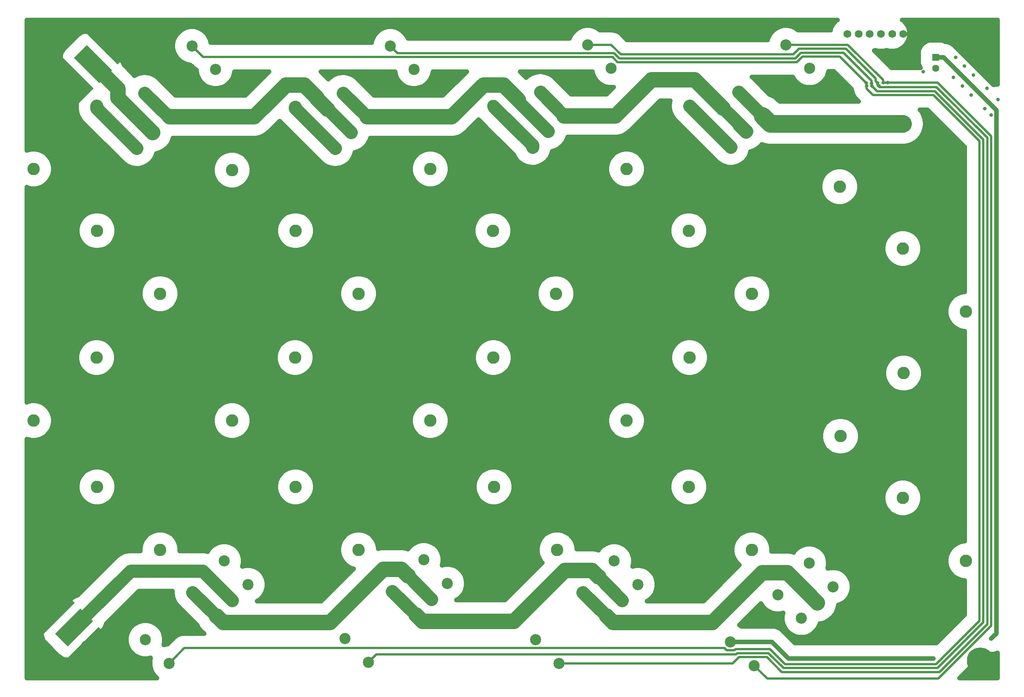
<source format=gbr>
%TF.GenerationSoftware,KiCad,Pcbnew,(5.1.4)-1*%
%TF.CreationDate,2019-12-28T21:17:41+08:00*%
%TF.ProjectId,LPF,4c50462e-6b69-4636-9164-5f7063625858,rev?*%
%TF.SameCoordinates,Original*%
%TF.FileFunction,Copper,L1,Top*%
%TF.FilePolarity,Positive*%
%FSLAX46Y46*%
G04 Gerber Fmt 4.6, Leading zero omitted, Abs format (unit mm)*
G04 Created by KiCad (PCBNEW (5.1.4)-1) date 2019-12-28 21:17:41*
%MOMM*%
%LPD*%
G04 APERTURE LIST*
%ADD10C,2.800000*%
%ADD11C,2.500000*%
%ADD12C,0.800000*%
%ADD13C,6.000000*%
%ADD14C,1.750000*%
%ADD15R,1.750000X1.750000*%
%ADD16C,5.000000*%
%ADD17C,0.350000*%
%ADD18C,4.000000*%
%ADD19C,1.600000*%
%ADD20R,1.600000X1.600000*%
%ADD21C,1.000000*%
%ADD22C,1.000000*%
%ADD23C,0.508000*%
%ADD24C,3.000000*%
%ADD25C,3.500000*%
%ADD26C,4.000000*%
%ADD27C,0.350000*%
G04 APERTURE END LIST*
D10*
X196821068Y-142571068D03*
X182678932Y-128428932D03*
X168678932Y-114571068D03*
X182821068Y-100428932D03*
X196821068Y-86571068D03*
X182678932Y-72428932D03*
X168484932Y-58571068D03*
X182627068Y-44428932D03*
X134678932Y-125928932D03*
X148821068Y-140071068D03*
X134821068Y-96928932D03*
X120678932Y-111071068D03*
X134678932Y-68428932D03*
X148821068Y-82571068D03*
X90928932Y-125928932D03*
X105071068Y-140071068D03*
X90821068Y-96928932D03*
X76678932Y-111071068D03*
X90678932Y-68428932D03*
X104821068Y-82571068D03*
X46428932Y-125928932D03*
X60571068Y-140071068D03*
X46321068Y-96928932D03*
X32178932Y-111071068D03*
X46428932Y-68428932D03*
X60571068Y-82571068D03*
X1928932Y-125928932D03*
X16071068Y-140071068D03*
X1821068Y-96928932D03*
X-12321068Y-111071068D03*
X1928932Y-68428932D03*
X16071068Y-82571068D03*
X134821068Y-40428932D03*
X120678932Y-54571068D03*
X90821068Y-40428932D03*
X76678932Y-54571068D03*
X46321068Y-40678932D03*
X32178932Y-54821068D03*
X-12321068Y-54571068D03*
X1821068Y-40428932D03*
D11*
X50019030Y-44624369D03*
X53554564Y-41088835D03*
X57090097Y-37553301D03*
X55322330Y-49927670D03*
X58857864Y-46392136D03*
X62393398Y-42856602D03*
X67696699Y-26946699D03*
X73000000Y-32250000D03*
X35730970Y-147875631D03*
X32195436Y-151411165D03*
X28659903Y-154946699D03*
X30427670Y-142572330D03*
X26892136Y-146107864D03*
X23356602Y-149643398D03*
X18053301Y-165553301D03*
X12750000Y-160250000D03*
D12*
X202056810Y-23812500D03*
X202056810Y-26187500D03*
X200000000Y-27375000D03*
X197943190Y-26187500D03*
X197943190Y-23812500D03*
X200000000Y-22625000D03*
D13*
X200000000Y-25000000D03*
D12*
X202056810Y-163812500D03*
X202056810Y-166187500D03*
X200000000Y-167375000D03*
X197943190Y-166187500D03*
X197943190Y-163812500D03*
X200000000Y-162625000D03*
D13*
X200000000Y-165000000D03*
D12*
X16056810Y-23812500D03*
X16056810Y-26187500D03*
X14000000Y-27375000D03*
X11943190Y-26187500D03*
X11943190Y-23812500D03*
X14000000Y-22625000D03*
D13*
X14000000Y-25000000D03*
D12*
X10056810Y-163812500D03*
X10056810Y-166187500D03*
X8000000Y-167375000D03*
X5943190Y-166187500D03*
X5943190Y-163812500D03*
X8000000Y-162625000D03*
D13*
X8000000Y-165000000D03*
D11*
X138769030Y-44374369D03*
X142304564Y-40838835D03*
X145840097Y-37303301D03*
X144072330Y-49677670D03*
X147607864Y-46142136D03*
X151143398Y-42606602D03*
X156446699Y-26696699D03*
X161750000Y-32000000D03*
X94269030Y-44374369D03*
X97804564Y-40838835D03*
X101340097Y-37303301D03*
X99572330Y-49677670D03*
X103107864Y-46142136D03*
X106643398Y-42606602D03*
X111946699Y-26696699D03*
X117250000Y-32000000D03*
X166980970Y-148375631D03*
X163445436Y-151911165D03*
X159909903Y-155446699D03*
X161677670Y-143072330D03*
X158142136Y-146607864D03*
X154606602Y-150143398D03*
X149303301Y-166053301D03*
X144000000Y-160750000D03*
X123230970Y-147875631D03*
X119695436Y-151411165D03*
X116159903Y-154946699D03*
X117927670Y-142572330D03*
X114392136Y-146107864D03*
X110856602Y-149643398D03*
X105553301Y-165553301D03*
X100250000Y-160250000D03*
X80480970Y-147625631D03*
X76945436Y-151161165D03*
X73409903Y-154696699D03*
X75177670Y-142322330D03*
X71642136Y-145857864D03*
X68106602Y-149393398D03*
X62803301Y-165303301D03*
X57500000Y-160000000D03*
X5519030Y-44624369D03*
X9054564Y-41088835D03*
X12590097Y-37553301D03*
X10822330Y-49927670D03*
X14357864Y-46392136D03*
X17893398Y-42856602D03*
X23196699Y-26946699D03*
X28500000Y-32250000D03*
D14*
X170250000Y-24250000D03*
X172750000Y-24250000D03*
X175250000Y-24250000D03*
X177750000Y-24250000D03*
X180250000Y-24250000D03*
X182750000Y-24250000D03*
X185250000Y-24250000D03*
D15*
X187750000Y-24250000D03*
D12*
X4785850Y-28515227D03*
X5886108Y-24586541D03*
X543209Y-24272586D03*
X3057681Y-21758114D03*
X6200063Y-29929440D03*
X4471894Y-23172328D03*
X8714535Y-27414969D03*
X1800445Y-23015350D03*
X6043086Y-27257991D03*
X7457299Y-28672204D03*
X3371636Y-27101013D03*
X4628872Y-25843777D03*
X3214658Y-24429564D03*
D16*
X4747666Y-25838120D03*
D17*
G36*
X-555635Y-24070353D02*
G01*
X2979899Y-20534819D01*
X10050967Y-27605887D01*
X6515433Y-31141421D01*
X-555635Y-24070353D01*
X-555635Y-24070353D01*
G37*
D12*
X1957423Y-25686800D03*
X7300321Y-26000755D03*
D18*
X1000000Y-31000000D03*
D17*
G36*
X-3242641Y-29585786D02*
G01*
X-414214Y-26757359D01*
X5242641Y-32414214D01*
X2414214Y-35242641D01*
X-3242641Y-29585786D01*
X-3242641Y-29585786D01*
G37*
D16*
X-4161880Y-34747666D03*
D17*
G36*
X-9465181Y-32979899D02*
G01*
X-5929647Y-29444365D01*
X1141421Y-36515433D01*
X-2394113Y-40050967D01*
X-9465181Y-32979899D01*
X-9465181Y-32979899D01*
G37*
D12*
X-4280673Y-34753323D03*
X-6952123Y-34596345D03*
X-5537909Y-36010559D03*
X-1609224Y-34910300D03*
X-5694887Y-33339109D03*
X-7109101Y-31924896D03*
X-195010Y-36324514D03*
X-4437651Y-32081873D03*
X-5851865Y-30667660D03*
X-8366336Y-33182132D03*
X-2866460Y-36167536D03*
X-3023438Y-33496087D03*
X-1452246Y-37581750D03*
X-2709482Y-38838986D03*
X-4123696Y-37424772D03*
X-5734773Y-153714150D03*
X-9663459Y-152613892D03*
X-9977414Y-157956791D03*
X-12491886Y-155442319D03*
X-4320560Y-152299937D03*
X-11077672Y-154028106D03*
X-6835031Y-149785465D03*
X-11234650Y-156699555D03*
X-6992009Y-152456914D03*
X-5577796Y-151042701D03*
X-7148987Y-155128364D03*
X-8406223Y-153871128D03*
X-9820436Y-155285342D03*
D16*
X-8411880Y-153752334D03*
D17*
G36*
X-10179647Y-159055635D02*
G01*
X-13715181Y-155520101D01*
X-6644113Y-148449033D01*
X-3108579Y-151984567D01*
X-10179647Y-159055635D01*
X-10179647Y-159055635D01*
G37*
D12*
X-8563200Y-156542577D03*
X-8249245Y-151199679D03*
D18*
X-3250000Y-157500000D03*
D17*
G36*
X-4664214Y-161742641D02*
G01*
X-7492641Y-158914214D01*
X-1835786Y-153257359D01*
X992641Y-156085786D01*
X-4664214Y-161742641D01*
X-4664214Y-161742641D01*
G37*
D16*
X497666Y-162661880D03*
D17*
G36*
X-1270101Y-167965181D02*
G01*
X-4805635Y-164429647D01*
X2265433Y-157358579D01*
X5800967Y-160894113D01*
X-1270101Y-167965181D01*
X-1270101Y-167965181D01*
G37*
D12*
X503323Y-162780673D03*
X346345Y-165452123D03*
X1760559Y-164037909D03*
X660300Y-160109224D03*
X-910891Y-164194887D03*
X-2325104Y-165609101D03*
X2074514Y-158695010D03*
X-2168127Y-162937651D03*
X-3582340Y-164351865D03*
X-1067868Y-166866336D03*
X1917536Y-161366460D03*
X-753913Y-161523438D03*
X3331750Y-159952246D03*
X4588986Y-161209482D03*
X3174772Y-162623696D03*
D19*
X190000000Y-32000000D03*
D20*
X190000000Y-29500000D03*
D12*
X204000000Y-39000000D03*
X185985281Y-137014719D03*
X183156854Y-139843146D03*
X180328427Y-142671573D03*
X188813708Y-134186292D03*
X177500000Y-145500000D03*
X185985281Y-60485281D03*
X183156854Y-57656854D03*
X180328427Y-54828427D03*
X188813708Y-63313708D03*
X177500000Y-52000000D03*
X170985281Y-76485281D03*
X168156854Y-73656854D03*
X165328427Y-70828427D03*
X173813708Y-79313708D03*
X162500000Y-68000000D03*
X184985281Y-82514719D03*
X182156854Y-85343146D03*
X179328427Y-88171573D03*
X187813708Y-79686292D03*
X176500000Y-91000000D03*
X186485281Y-116485281D03*
X183656854Y-113656854D03*
X180828427Y-110828427D03*
X189313708Y-119313708D03*
X178000000Y-108000000D03*
X170485281Y-132985281D03*
X167656854Y-130156854D03*
X164828427Y-127328427D03*
X173313708Y-135813708D03*
X162000000Y-124500000D03*
X5485281Y-112985281D03*
X2656854Y-110156854D03*
X-171573Y-107328427D03*
X8313708Y-115813708D03*
X-3000000Y-104500000D03*
X122485281Y-71985281D03*
X119656854Y-69156854D03*
X116828427Y-66328427D03*
X125313708Y-74813708D03*
X114000000Y-63500000D03*
X152985281Y-94514719D03*
X150156854Y-97343146D03*
X147328427Y-100171573D03*
X155813708Y-91686292D03*
X144500000Y-103000000D03*
X136485281Y-79014719D03*
X133656854Y-81843146D03*
X130828427Y-84671573D03*
X139313708Y-76186292D03*
X128000000Y-87500000D03*
X138485281Y-113985281D03*
X135656854Y-111156854D03*
X132828427Y-108328427D03*
X141313708Y-116813708D03*
X130000000Y-105500000D03*
X117014719Y-123514719D03*
X119843146Y-126343146D03*
X122671573Y-129171573D03*
X114186292Y-120686292D03*
X125500000Y-132000000D03*
X108985281Y-95014719D03*
X106156854Y-97843146D03*
X103328427Y-100671573D03*
X111813708Y-92186292D03*
X100500000Y-103500000D03*
X92485281Y-79514719D03*
X89656854Y-82343146D03*
X86828427Y-85171573D03*
X95313708Y-76686292D03*
X84000000Y-88000000D03*
X73014719Y-66514719D03*
X75843146Y-69343146D03*
X78671573Y-72171573D03*
X70186292Y-63686292D03*
X81500000Y-75000000D03*
X63485281Y-95014719D03*
X60656854Y-97843146D03*
X57828427Y-100671573D03*
X66313708Y-92186292D03*
X55000000Y-103500000D03*
X94985281Y-113485281D03*
X92156854Y-110656854D03*
X89328427Y-107828427D03*
X97813708Y-116313708D03*
X86500000Y-105000000D03*
X33985281Y-129485281D03*
X31156854Y-126656854D03*
X28328427Y-123828427D03*
X36813708Y-132313708D03*
X25500000Y-121000000D03*
X42500000Y-84000000D03*
X45500000Y-81500000D03*
X51500000Y-77000000D03*
X39000000Y-87000000D03*
X48500000Y-79000000D03*
X190500000Y-159500000D03*
X195500000Y-155000000D03*
X187250000Y-32750000D03*
X184500000Y-27750000D03*
X-13500000Y-21500000D03*
X-10960000Y-21500000D03*
X-8420000Y-21500000D03*
X-5880000Y-21500000D03*
X-3340000Y-21500000D03*
X-800000Y-21500000D03*
X1740000Y-21500000D03*
X4280000Y-21500000D03*
X6820000Y-21500000D03*
X9360000Y-21500000D03*
X11900000Y-21500000D03*
X14440000Y-21500000D03*
X16980000Y-21500000D03*
X19520000Y-21500000D03*
X22060000Y-21500000D03*
X24600000Y-21500000D03*
X27140000Y-21500000D03*
X29680000Y-21500000D03*
X32220000Y-21500000D03*
X34760000Y-21500000D03*
X37300000Y-21500000D03*
X39840000Y-21500000D03*
X42380000Y-21500000D03*
X44920000Y-21500000D03*
X47460000Y-21500000D03*
X50000000Y-21500000D03*
X52540000Y-21500000D03*
X55080000Y-21500000D03*
X57620000Y-21500000D03*
X60160000Y-21500000D03*
X62700000Y-21500000D03*
X65240000Y-21500000D03*
X67780000Y-21500000D03*
X70320000Y-21500000D03*
X72860000Y-21500000D03*
X75400000Y-21500000D03*
X77940000Y-21500000D03*
X80480000Y-21500000D03*
X83020000Y-21500000D03*
X85560000Y-21500000D03*
X88100000Y-21500000D03*
X90640000Y-21500000D03*
X93180000Y-21500000D03*
X95720000Y-21500000D03*
X98260000Y-21500000D03*
X100800000Y-21500000D03*
X103340000Y-21500000D03*
X105880000Y-21500000D03*
X108420000Y-21500000D03*
X110960000Y-21500000D03*
X113500000Y-21500000D03*
X116040000Y-21500000D03*
X118580000Y-21500000D03*
X121120000Y-21500000D03*
X123660000Y-21500000D03*
X126200000Y-21500000D03*
X128740000Y-21500000D03*
X131280000Y-21500000D03*
X133820000Y-21500000D03*
X136360000Y-21500000D03*
X138900000Y-21500000D03*
X141440000Y-21500000D03*
X143980000Y-21500000D03*
X146520000Y-21500000D03*
X149060000Y-21500000D03*
X151600000Y-21500000D03*
X154140000Y-21500000D03*
X156680000Y-21500000D03*
X159220000Y-21500000D03*
X161760000Y-21500000D03*
X164300000Y-21500000D03*
X194500000Y-21500000D03*
X197500000Y-21500000D03*
X203000000Y-28500000D03*
X203000000Y-33000000D03*
X-13500000Y-24500000D03*
X-13500000Y-27500000D03*
X-13500000Y-30000000D03*
X-13500000Y-32500000D03*
X-13500000Y-35000000D03*
X-13500000Y-37500000D03*
X-13500000Y-40000000D03*
X-13500000Y-42500000D03*
X-13500000Y-45000000D03*
X-13500000Y-47500000D03*
X-13500000Y-49500000D03*
X-13500000Y-62500000D03*
X-13500000Y-65000000D03*
X-13500000Y-67500000D03*
X-13500000Y-70000000D03*
X-13500000Y-72500000D03*
X-13500000Y-75000000D03*
X-13500000Y-77500000D03*
X-13500000Y-80000000D03*
X-13500000Y-82500000D03*
X-13500000Y-85000000D03*
X-13500000Y-87500000D03*
X-13500000Y-90000000D03*
X-13500000Y-92500000D03*
X-13500000Y-95000000D03*
X-13500000Y-97500000D03*
X-13500000Y-100000000D03*
X-13500000Y-102500000D03*
X-13500000Y-105000000D03*
X-13500000Y-120000000D03*
X-13500000Y-122500000D03*
X-13500000Y-125000000D03*
X-13500000Y-127500000D03*
X-13500000Y-130000000D03*
X-13500000Y-132500000D03*
X-13500000Y-135000000D03*
X-13500000Y-137500000D03*
X-13500000Y-140000000D03*
X-13500000Y-142500000D03*
X-13500000Y-145000000D03*
X-13500000Y-147500000D03*
X-13500000Y-150000000D03*
X-13500000Y-152500000D03*
X-13500000Y-158000000D03*
X-13500000Y-160500000D03*
X-13500000Y-163000000D03*
X-13500000Y-165500000D03*
X-13500000Y-168000000D03*
X-11500000Y-168500000D03*
X-9000000Y-168500000D03*
X-6500000Y-168500000D03*
X-4000000Y-168500000D03*
X1500000Y-168500000D03*
X12500000Y-168500000D03*
X196500000Y-31500000D03*
X198500000Y-33500000D03*
X201500000Y-36500000D03*
X194500000Y-29500000D03*
X194000000Y-34000000D03*
X196000000Y-36000000D03*
X198000000Y-38000000D03*
X201000000Y-41000000D03*
X202500000Y-42500000D03*
X20000000Y-37500000D03*
X22500000Y-37500000D03*
X25000000Y-37500000D03*
X27500000Y-37500000D03*
X30000000Y-37500000D03*
X32500000Y-37500000D03*
X35000000Y-37500000D03*
X37000000Y-36000000D03*
X38500000Y-34500000D03*
X20000000Y-48000000D03*
X22500000Y-48000000D03*
X25000000Y-48000000D03*
X27500000Y-48000000D03*
X30000000Y-48000000D03*
X32500000Y-48000000D03*
X35000000Y-48000000D03*
X37500000Y-48000000D03*
X41000000Y-48000000D03*
X42500000Y-46500000D03*
X43500000Y-45000000D03*
X64500000Y-48000000D03*
X67500000Y-48000000D03*
X69500000Y-48000000D03*
X72500000Y-48000000D03*
X75000000Y-48000000D03*
X77500000Y-48000000D03*
X80000000Y-48000000D03*
X82000000Y-48000000D03*
X84000000Y-48000000D03*
X86500000Y-45500000D03*
X65500000Y-37500000D03*
X68000000Y-37500000D03*
X70500000Y-37500000D03*
X73000000Y-37500000D03*
X75500000Y-37500000D03*
X78000000Y-37500000D03*
X80000000Y-36500000D03*
X82000000Y-35000000D03*
X83500000Y-33500000D03*
X63500000Y-36500000D03*
X62000000Y-35000000D03*
X59500000Y-33500000D03*
X56000000Y-33000000D03*
X53500000Y-33500000D03*
X47000000Y-50000000D03*
X49000000Y-52500000D03*
X51000000Y-54500000D03*
X55500000Y-55000000D03*
X59000000Y-54500000D03*
X61500000Y-51500000D03*
X90000000Y-47000000D03*
X91500000Y-49000000D03*
X93500000Y-51500000D03*
X96500000Y-54000000D03*
X101000000Y-54500000D03*
X106000000Y-50500000D03*
X111000000Y-47500000D03*
X116000000Y-47500000D03*
X121500000Y-47500000D03*
X125000000Y-43500000D03*
X129000000Y-40000000D03*
X131500000Y-45000000D03*
X135000000Y-48000000D03*
X139000000Y-52000000D03*
X144500000Y-54500000D03*
X149500000Y-51500000D03*
X154500000Y-50000000D03*
X159500000Y-50000000D03*
X165000000Y-50000000D03*
X170500000Y-50000000D03*
X175500000Y-50000000D03*
X180500000Y-50000000D03*
X185500000Y-50000000D03*
X188500000Y-48000000D03*
X156500000Y-38500000D03*
X161000000Y-38500000D03*
X166000000Y-38000000D03*
X170500000Y-38500000D03*
X109000000Y-36500000D03*
X114500000Y-36500000D03*
X-3500000Y-43500000D03*
X-1000000Y-46000000D03*
X1000000Y-48500000D03*
X3500000Y-51000000D03*
X8000000Y-54000000D03*
X15000000Y-54500000D03*
X18000000Y-51000000D03*
X10500000Y-31500000D03*
X14500000Y-32000000D03*
X17500000Y-35000000D03*
X195500000Y-50000000D03*
X195500000Y-55080000D03*
X195500000Y-60160000D03*
X195500000Y-65240000D03*
X195500000Y-70320000D03*
X195500000Y-75400000D03*
X195500000Y-80480000D03*
X195500000Y-105880000D03*
X195500000Y-110960000D03*
X195500000Y-116040000D03*
X195500000Y-121120000D03*
X195500000Y-126200000D03*
X195500000Y-131280000D03*
X195500000Y-136360000D03*
X11500000Y-103000000D03*
X14500000Y-100500000D03*
X17500000Y-98000000D03*
X20500000Y-95000000D03*
X23500000Y-92000000D03*
X7000000Y-75500000D03*
X4000000Y-77500000D03*
X1000000Y-80000000D03*
X-2000000Y-82500000D03*
X26000000Y-64000000D03*
X28828427Y-66828427D03*
X31656854Y-69656854D03*
X34485281Y-72485281D03*
X37313708Y-75313708D03*
X73014719Y-123014719D03*
X75843146Y-125843146D03*
X78671573Y-128671573D03*
X70186292Y-120186292D03*
X81500000Y-131500000D03*
X50485281Y-113485281D03*
X47656854Y-110656854D03*
X44828427Y-107828427D03*
X53313708Y-116313708D03*
X42000000Y-105000000D03*
D21*
X195500000Y-102000000D03*
X-4500000Y-85500000D03*
X189500000Y-164487990D03*
X202500000Y-160000000D03*
X188512010Y-164487990D03*
X203635011Y-158864989D03*
D12*
X174500000Y-35999976D03*
X174414818Y-35287769D03*
X175643137Y-35356863D03*
X175750000Y-35999976D03*
X177000000Y-35250000D03*
X177342157Y-35999976D03*
X179250606Y-35186968D03*
X178251144Y-35186968D03*
D22*
X153250000Y-160750000D02*
X156987990Y-164487990D01*
X144000000Y-160750000D02*
X153250000Y-160750000D01*
X156987990Y-164487990D02*
X189500000Y-164487990D01*
X191800000Y-29500000D02*
X203635011Y-41335011D01*
X202999999Y-159500001D02*
X202500000Y-160000000D01*
X203635011Y-158864989D02*
X202999999Y-159500001D01*
X203635011Y-41335011D02*
X203635011Y-158864989D01*
X190000000Y-29500000D02*
X191800000Y-29500000D01*
D23*
X174500000Y-35999976D02*
X174500000Y-35372951D01*
X23196699Y-26946699D02*
X25720711Y-29470711D01*
X174500000Y-35372951D02*
X174414818Y-35287769D01*
X25720711Y-29470711D02*
X117510516Y-29470711D01*
X158860985Y-30639011D02*
X160136265Y-29363732D01*
X168490781Y-29363732D02*
X174014819Y-34887770D01*
X174014819Y-34887770D02*
X174414818Y-35287769D01*
X118678813Y-30639010D02*
X158860985Y-30639011D01*
X160136265Y-29363732D02*
X168490781Y-29363732D01*
X117510516Y-29470711D02*
X118678813Y-30639010D01*
X190098448Y-165750000D02*
X156250000Y-165750000D01*
X145149524Y-162390278D02*
X144904801Y-162635001D01*
X156250000Y-165750000D02*
X152890278Y-162390278D01*
X199832967Y-156015481D02*
X190098448Y-165750000D01*
X21471601Y-162135001D02*
X19303300Y-164303302D01*
X19303300Y-164303302D02*
X18053301Y-165553301D01*
X143095199Y-162635001D02*
X142595199Y-162135001D01*
X142595199Y-162135001D02*
X21471601Y-162135001D01*
X144904801Y-162635001D02*
X143095199Y-162635001D01*
X152890278Y-162390278D02*
X145149524Y-162390278D01*
X199832967Y-48332967D02*
X199832967Y-60167033D01*
X199832967Y-60167033D02*
X199832967Y-156015481D01*
X174500000Y-35999976D02*
X174500000Y-36565661D01*
X199832967Y-57604717D02*
X199832967Y-60167033D01*
X174500000Y-36565661D02*
X175934339Y-38000000D01*
X175934339Y-38000000D02*
X189500000Y-38000000D01*
X189500000Y-38000000D02*
X199832967Y-48332967D01*
X169326680Y-28474721D02*
X175643137Y-34791178D01*
X175643137Y-35922548D02*
X175643137Y-35356863D01*
X67696699Y-26946699D02*
X69331700Y-28581700D01*
X159768024Y-28474721D02*
X169326680Y-28474721D01*
X175643137Y-34791178D02*
X175643137Y-35356863D01*
X158492745Y-29750000D02*
X159768024Y-28474721D01*
X119047054Y-29750000D02*
X158492745Y-29750000D01*
X117878755Y-28581700D02*
X119047054Y-29750000D01*
X69331700Y-28581700D02*
X117878755Y-28581700D01*
X155881760Y-166639011D02*
X152522038Y-163279289D01*
X189868240Y-37110989D02*
X200721978Y-47964727D01*
X176861013Y-37110989D02*
X189868240Y-37110989D01*
X190466687Y-166639011D02*
X155881760Y-166639011D01*
X152522038Y-163279289D02*
X145517764Y-163279289D01*
X175750000Y-35999976D02*
X176861013Y-37110989D01*
X145517764Y-163279289D02*
X145273041Y-163524012D01*
X64582590Y-163524012D02*
X64053300Y-164053302D01*
X145273041Y-163524012D02*
X64582590Y-163524012D01*
X200721978Y-156383720D02*
X190466687Y-166639011D01*
X200721978Y-47964727D02*
X200721978Y-156383720D01*
X64053300Y-164053302D02*
X62803301Y-165303301D01*
X176600001Y-34289794D02*
X169895917Y-27585710D01*
X177000000Y-35250000D02*
X176600001Y-34850001D01*
X176600001Y-34850001D02*
X176600001Y-34289794D01*
X119415294Y-28860989D02*
X117251004Y-26696699D01*
X117251004Y-26696699D02*
X113714465Y-26696699D01*
X158124505Y-28860989D02*
X119415294Y-28860989D01*
X159399784Y-27585710D02*
X158124505Y-28860989D01*
X113714465Y-26696699D02*
X111946699Y-26696699D01*
X169895917Y-27585710D02*
X159399784Y-27585710D01*
X144501003Y-165553301D02*
X107321067Y-165553301D01*
X152153798Y-164168300D02*
X145886004Y-164168300D01*
X177000000Y-35815685D02*
X177406293Y-36221978D01*
X107321067Y-165553301D02*
X105553301Y-165553301D01*
X155513520Y-167528022D02*
X152153798Y-164168300D01*
X190834927Y-167528022D02*
X155513520Y-167528022D01*
X201610989Y-156751960D02*
X190834927Y-167528022D01*
X201610989Y-47596487D02*
X201610989Y-156751960D01*
X190236481Y-36221979D02*
X201610989Y-47596487D01*
X145886004Y-164168300D02*
X144501003Y-165553301D01*
X177406293Y-36221978D02*
X190236481Y-36221979D01*
X177000000Y-35250000D02*
X177000000Y-35815685D01*
X156446699Y-26696699D02*
X170326560Y-26696699D01*
X170326560Y-26696699D02*
X178251144Y-34621283D01*
X178251144Y-34621283D02*
X178251144Y-35186968D01*
X179250606Y-35186968D02*
X184186968Y-35186968D01*
X202500000Y-153500003D02*
X202500001Y-153500004D01*
X202500000Y-157120198D02*
X190620198Y-169000000D01*
X202500000Y-153500003D02*
X202500000Y-157120198D01*
X152250000Y-169000000D02*
X149303301Y-166053301D01*
X190620198Y-169000000D02*
X152250000Y-169000000D01*
X190458720Y-35186968D02*
X202500000Y-47228248D01*
X178251144Y-35186968D02*
X190458720Y-35186968D01*
X202500000Y-47228248D02*
X202500000Y-153500003D01*
D24*
X32195436Y-151411164D02*
X26892136Y-146107864D01*
X32195436Y-151411165D02*
X32195436Y-151411164D01*
X26892136Y-146107864D02*
X25642137Y-144857865D01*
X25642137Y-144857865D02*
X9392135Y-144857865D01*
X9392135Y-144857865D02*
X-350863Y-154600863D01*
X-350863Y-154600863D02*
X-3250000Y-157500000D01*
D25*
X1000000Y-31000000D02*
X6521069Y-36521069D01*
X6521069Y-36521069D02*
X6521069Y-38555341D01*
X6521069Y-38555341D02*
X13107865Y-45142137D01*
X13107865Y-45142137D02*
X14357864Y-46392136D01*
D24*
X10822330Y-49927670D02*
X1821068Y-40926408D01*
X1821068Y-40926408D02*
X1821068Y-40428932D01*
X46321068Y-40926408D02*
X46321068Y-40678932D01*
X55322330Y-49927670D02*
X46321068Y-40926408D01*
X99572330Y-49677670D02*
X99572330Y-49253418D01*
X99572330Y-49253418D02*
X90997853Y-40678941D01*
X144069806Y-49677670D02*
X134821068Y-40428932D01*
X144072330Y-49677670D02*
X144069806Y-49677670D01*
D26*
X182627068Y-44428932D02*
X152965728Y-44428932D01*
D24*
X145840097Y-37303301D02*
X151143398Y-42606602D01*
D26*
X152965728Y-44428932D02*
X151143398Y-42606602D01*
D24*
X76945436Y-151161164D02*
X71642136Y-145857864D01*
X76945436Y-151161165D02*
X76945436Y-151161164D01*
X23356602Y-149643398D02*
X28659903Y-154946699D01*
D25*
X30145075Y-156361175D02*
X28695252Y-154911352D01*
X66056241Y-144443389D02*
X54138455Y-156361175D01*
X28695252Y-154911352D02*
X28659903Y-154946699D01*
X54138455Y-156361175D02*
X30145075Y-156361175D01*
X70156963Y-144443389D02*
X66056241Y-144443389D01*
X71571438Y-145857864D02*
X70156963Y-144443389D01*
X71642136Y-145857864D02*
X71571438Y-145857864D01*
D24*
X12590097Y-37553301D02*
X17893398Y-42856602D01*
X17893398Y-42856602D02*
X37496580Y-42856602D01*
X57607865Y-45142137D02*
X58857864Y-46392136D01*
X48444650Y-35978922D02*
X57607865Y-45142137D01*
X37496580Y-42856602D02*
X44374260Y-35978922D01*
X44374260Y-35978922D02*
X48444650Y-35978922D01*
D25*
X37101242Y-42856602D02*
X18176254Y-42856602D01*
X51271078Y-38628571D02*
X48371429Y-35728922D01*
X48371429Y-35728922D02*
X44228922Y-35728922D01*
X53554564Y-41088835D02*
X52304565Y-39838836D01*
X51271078Y-38876048D02*
X51271078Y-38628571D01*
X52304565Y-39838836D02*
X52233866Y-39838836D01*
X18176254Y-42856602D02*
X18034826Y-42715174D01*
X44228922Y-35728922D02*
X37101242Y-42856602D01*
X52233866Y-39838836D02*
X51271078Y-38876048D01*
D24*
X119695436Y-151411164D02*
X114392136Y-146107864D01*
X119695436Y-151411165D02*
X119695436Y-151411164D01*
X68106602Y-149393398D02*
X73409903Y-154696699D01*
X113967884Y-146107864D02*
X114392136Y-146107864D01*
X112803410Y-144943390D02*
X113967884Y-146107864D01*
X106556610Y-144943390D02*
X112803410Y-144943390D01*
D25*
X95388825Y-156111175D02*
X106556610Y-144943390D01*
X74895075Y-156111175D02*
X95388825Y-156111175D01*
X73480599Y-154696699D02*
X74895075Y-156111175D01*
X73409903Y-154696699D02*
X73480599Y-154696699D01*
X106806611Y-144693389D02*
X95388825Y-156111175D01*
X112906963Y-144693389D02*
X106806611Y-144693389D01*
X114321438Y-146107864D02*
X112906963Y-144693389D01*
X114392136Y-146107864D02*
X114321438Y-146107864D01*
D24*
X57090097Y-37553301D02*
X62393398Y-42856602D01*
D25*
X88565067Y-35728931D02*
X93077069Y-35728931D01*
X95521069Y-38172931D02*
X95521069Y-38201787D01*
X95521069Y-38201787D02*
X96390088Y-39070806D01*
X93077069Y-35728931D02*
X95521069Y-38172931D01*
X81437396Y-42856602D02*
X88565067Y-35728931D01*
X62393398Y-42856602D02*
X81437396Y-42856602D01*
D24*
X101857865Y-44892137D02*
X103107864Y-46142136D01*
X88685067Y-35978931D02*
X92944659Y-35978931D01*
X62393398Y-42856602D02*
X81807396Y-42856602D01*
X81807396Y-42856602D02*
X88685067Y-35978931D01*
X92944659Y-35978931D02*
X101857865Y-44892137D01*
X158142136Y-146607865D02*
X163445436Y-151911165D01*
X158142136Y-146607864D02*
X158142136Y-146607865D01*
X110856602Y-149643398D02*
X116159903Y-154946699D01*
X158071438Y-146607864D02*
X156656963Y-145193389D01*
X158142136Y-146607864D02*
X158071438Y-146607864D01*
X156656963Y-145193389D02*
X153806611Y-145193389D01*
X153806611Y-145193389D02*
X151056611Y-145193389D01*
D25*
X116230599Y-154946699D02*
X116159903Y-154946699D01*
X117645075Y-156361175D02*
X116230599Y-154946699D01*
X139888825Y-156361175D02*
X117645075Y-156361175D01*
X151056611Y-145193389D02*
X139888825Y-156361175D01*
X162195437Y-150661166D02*
X163445436Y-151911165D01*
X156727661Y-145193389D02*
X162195437Y-150661166D01*
X151056611Y-145193389D02*
X156727661Y-145193389D01*
D24*
X101340097Y-37303301D02*
X106643398Y-42606602D01*
D25*
X135965729Y-34500000D02*
X126250000Y-34500000D01*
X126250000Y-34500000D02*
X118143398Y-42606602D01*
X142304564Y-40838835D02*
X135965729Y-34500000D01*
X118143398Y-42606602D02*
X106643398Y-42606602D01*
D24*
X142304564Y-40838836D02*
X147607864Y-46142136D01*
X142304564Y-40838835D02*
X142304564Y-40838836D01*
X145943389Y-44760517D02*
X147466436Y-46283564D01*
X142304564Y-40838836D02*
X145943389Y-44477661D01*
X145943389Y-44477661D02*
X145943389Y-44760517D01*
D22*
G36*
X201154128Y-163249224D02*
G01*
X201319460Y-163299377D01*
X201479088Y-163365497D01*
X201648545Y-163399204D01*
X201813880Y-163449358D01*
X201985823Y-163466293D01*
X202155280Y-163500000D01*
X202328056Y-163500000D01*
X202500000Y-163516935D01*
X202671944Y-163500000D01*
X202844720Y-163500000D01*
X203014177Y-163466293D01*
X203186120Y-163449358D01*
X203351455Y-163399204D01*
X203520912Y-163365497D01*
X203680540Y-163299377D01*
X203845872Y-163249224D01*
X203892000Y-163224568D01*
X203892000Y-168892000D01*
X195330048Y-168892000D01*
X201035977Y-163186071D01*
X201154128Y-163249224D01*
X201154128Y-163249224D01*
G37*
X201154128Y-163249224D02*
X201319460Y-163299377D01*
X201479088Y-163365497D01*
X201648545Y-163399204D01*
X201813880Y-163449358D01*
X201985823Y-163466293D01*
X202155280Y-163500000D01*
X202328056Y-163500000D01*
X202500000Y-163516935D01*
X202671944Y-163500000D01*
X202844720Y-163500000D01*
X203014177Y-163466293D01*
X203186120Y-163449358D01*
X203351455Y-163399204D01*
X203520912Y-163365497D01*
X203680540Y-163299377D01*
X203845872Y-163249224D01*
X203892000Y-163224568D01*
X203892000Y-168892000D01*
X195330048Y-168892000D01*
X201035977Y-163186071D01*
X201154128Y-163249224D01*
G36*
X167779832Y-21240091D02*
G01*
X167240091Y-21779832D01*
X166816020Y-22414499D01*
X166523915Y-23119704D01*
X166459667Y-23442699D01*
X159203107Y-23442699D01*
X159155916Y-23395508D01*
X158459829Y-22930398D01*
X157686378Y-22610024D01*
X156865287Y-22446699D01*
X156028111Y-22446699D01*
X155207020Y-22610024D01*
X154433569Y-22930398D01*
X153737482Y-23395508D01*
X153145508Y-23987482D01*
X152680398Y-24683569D01*
X152360024Y-25457020D01*
X152330193Y-25606989D01*
X120763144Y-25606989D01*
X119664964Y-24508809D01*
X119563062Y-24384641D01*
X119067576Y-23978006D01*
X118502281Y-23675849D01*
X117888899Y-23489782D01*
X117410856Y-23442699D01*
X117410846Y-23442699D01*
X117251004Y-23426956D01*
X117091162Y-23442699D01*
X114703107Y-23442699D01*
X114655916Y-23395508D01*
X113959829Y-22930398D01*
X113186378Y-22610024D01*
X112365287Y-22446699D01*
X111528111Y-22446699D01*
X110707020Y-22610024D01*
X109933569Y-22930398D01*
X109237482Y-23395508D01*
X108645508Y-23987482D01*
X108180398Y-24683569D01*
X107913590Y-25327700D01*
X71626254Y-25327700D01*
X71463000Y-24933569D01*
X70997890Y-24237482D01*
X70405916Y-23645508D01*
X69709829Y-23180398D01*
X68936378Y-22860024D01*
X68115287Y-22696699D01*
X67278111Y-22696699D01*
X66457020Y-22860024D01*
X65683569Y-23180398D01*
X64987482Y-23645508D01*
X64395508Y-24237482D01*
X63930398Y-24933569D01*
X63610024Y-25707020D01*
X63508640Y-26216711D01*
X27384758Y-26216711D01*
X27283374Y-25707020D01*
X26963000Y-24933569D01*
X26497890Y-24237482D01*
X25905916Y-23645508D01*
X25209829Y-23180398D01*
X24436378Y-22860024D01*
X23615287Y-22696699D01*
X22778111Y-22696699D01*
X21957020Y-22860024D01*
X21183569Y-23180398D01*
X20487482Y-23645508D01*
X19895508Y-24237482D01*
X19430398Y-24933569D01*
X19110024Y-25707020D01*
X18946699Y-26528111D01*
X18946699Y-27365287D01*
X19110024Y-28186378D01*
X19430398Y-28959829D01*
X19895508Y-29655916D01*
X20487482Y-30247890D01*
X21183569Y-30713000D01*
X21957020Y-31033374D01*
X22778111Y-31196699D01*
X22844848Y-31196699D01*
X23306755Y-31658606D01*
X23408653Y-31782769D01*
X23532816Y-31884667D01*
X23532817Y-31884668D01*
X23649784Y-31980660D01*
X23904139Y-32189404D01*
X24250000Y-32374271D01*
X24250000Y-32668588D01*
X24413325Y-33489679D01*
X24733699Y-34263130D01*
X25198809Y-34959217D01*
X25790783Y-35551191D01*
X26486870Y-36016301D01*
X27260321Y-36336675D01*
X28081412Y-36500000D01*
X28918588Y-36500000D01*
X29739679Y-36336675D01*
X30513130Y-36016301D01*
X31209217Y-35551191D01*
X31801191Y-34959217D01*
X32266301Y-34263130D01*
X32586675Y-33489679D01*
X32738836Y-32724711D01*
X40515618Y-32724711D01*
X35133729Y-38106602D01*
X19507359Y-38106602D01*
X15615761Y-34215005D01*
X15102259Y-33793585D01*
X14320504Y-33375727D01*
X13472251Y-33118413D01*
X12590097Y-33031529D01*
X11707943Y-33118413D01*
X10859690Y-33375727D01*
X10320905Y-33663714D01*
X9896078Y-33146060D01*
X9714824Y-32997310D01*
X8049273Y-31331759D01*
X8027690Y-31260609D01*
X7749119Y-30739439D01*
X7374225Y-30282630D01*
X1717370Y-24625775D01*
X1260561Y-24250881D01*
X739391Y-23972310D01*
X173889Y-23800767D01*
X-414214Y-23742844D01*
X-1002317Y-23800767D01*
X-1567819Y-23972310D01*
X-2088989Y-24250881D01*
X-2545798Y-24625775D01*
X-5374225Y-27454202D01*
X-5749119Y-27911011D01*
X-6027690Y-28432181D01*
X-6199233Y-28997683D01*
X-6257156Y-29585786D01*
X-6199233Y-30173889D01*
X-6027690Y-30739391D01*
X-5749119Y-31260561D01*
X-5374225Y-31717370D01*
X-515980Y-36575615D01*
X-691093Y-36669215D01*
X-1376308Y-37231556D01*
X-1938649Y-37916770D01*
X-2356506Y-38698524D01*
X-2613820Y-39546778D01*
X-2678932Y-40207868D01*
X-2678932Y-40705352D01*
X-2700704Y-40926408D01*
X-2678932Y-41147464D01*
X-2678932Y-41147471D01*
X-2627922Y-41665377D01*
X-2613820Y-41808562D01*
X-2440484Y-42379975D01*
X-2356506Y-42656815D01*
X-1938649Y-43438570D01*
X-1376308Y-44123784D01*
X-1204593Y-44264707D01*
X7796665Y-53265966D01*
X8310167Y-53687386D01*
X9091922Y-54105244D01*
X9940175Y-54362558D01*
X10822330Y-54449442D01*
X11449150Y-54387706D01*
X27778932Y-54387706D01*
X27778932Y-55254430D01*
X27948021Y-56104501D01*
X28279702Y-56905250D01*
X28761229Y-57625905D01*
X29374095Y-58238771D01*
X30094750Y-58720298D01*
X30895499Y-59051979D01*
X31745570Y-59221068D01*
X32612294Y-59221068D01*
X33462365Y-59051979D01*
X34263114Y-58720298D01*
X34983769Y-58238771D01*
X35596635Y-57625905D01*
X36078162Y-56905250D01*
X36409843Y-56104501D01*
X36578932Y-55254430D01*
X36578932Y-54387706D01*
X36409843Y-53537635D01*
X36078162Y-52736886D01*
X35596635Y-52016231D01*
X34983769Y-51403365D01*
X34263114Y-50921838D01*
X33462365Y-50590157D01*
X32612294Y-50421068D01*
X31745570Y-50421068D01*
X30895499Y-50590157D01*
X30094750Y-50921838D01*
X29374095Y-51403365D01*
X28761229Y-52016231D01*
X28279702Y-52736886D01*
X27948021Y-53537635D01*
X27778932Y-54387706D01*
X11449150Y-54387706D01*
X11704484Y-54362558D01*
X12552737Y-54105244D01*
X13334492Y-53687386D01*
X14019706Y-53125046D01*
X14582046Y-52439832D01*
X14999904Y-51658077D01*
X15173819Y-51084754D01*
X15289027Y-51073407D01*
X16184405Y-50801797D01*
X17009591Y-50360726D01*
X17732872Y-49767144D01*
X18326454Y-49043863D01*
X18767525Y-48218677D01*
X18953196Y-47606602D01*
X36867893Y-47606602D01*
X37101242Y-47629585D01*
X37334591Y-47606602D01*
X38032405Y-47537873D01*
X38927784Y-47266263D01*
X39752969Y-46825192D01*
X40005129Y-46618250D01*
X40008742Y-46616319D01*
X40693956Y-46053978D01*
X40834879Y-45882263D01*
X42884642Y-43832501D01*
X43123692Y-44123784D01*
X43295407Y-44264707D01*
X52296665Y-53265966D01*
X52810167Y-53687386D01*
X53591922Y-54105244D01*
X54440175Y-54362558D01*
X55322330Y-54449442D01*
X56204484Y-54362558D01*
X56945723Y-54137706D01*
X72278932Y-54137706D01*
X72278932Y-55004430D01*
X72448021Y-55854501D01*
X72779702Y-56655250D01*
X73261229Y-57375905D01*
X73874095Y-57988771D01*
X74594750Y-58470298D01*
X75395499Y-58801979D01*
X76245570Y-58971068D01*
X77112294Y-58971068D01*
X77962365Y-58801979D01*
X78763114Y-58470298D01*
X79483769Y-57988771D01*
X80096635Y-57375905D01*
X80578162Y-56655250D01*
X80909843Y-55854501D01*
X81078932Y-55004430D01*
X81078932Y-54137706D01*
X80909843Y-53287635D01*
X80578162Y-52486886D01*
X80096635Y-51766231D01*
X79483769Y-51153365D01*
X78763114Y-50671838D01*
X77962365Y-50340157D01*
X77112294Y-50171068D01*
X76245570Y-50171068D01*
X75395499Y-50340157D01*
X74594750Y-50671838D01*
X73874095Y-51153365D01*
X73261229Y-51766231D01*
X72779702Y-52486886D01*
X72448021Y-53287635D01*
X72278932Y-54137706D01*
X56945723Y-54137706D01*
X57052737Y-54105244D01*
X57834492Y-53687386D01*
X58519706Y-53125046D01*
X59082046Y-52439832D01*
X59499904Y-51658077D01*
X59753215Y-50823021D01*
X60588271Y-50569710D01*
X61370026Y-50151852D01*
X62055240Y-49589512D01*
X62617580Y-48904298D01*
X63035438Y-48122543D01*
X63191947Y-47606602D01*
X81204047Y-47606602D01*
X81437396Y-47629585D01*
X81670745Y-47606602D01*
X82368559Y-47537873D01*
X83263938Y-47266263D01*
X84089123Y-46825192D01*
X84812405Y-46231611D01*
X84862078Y-46171084D01*
X85004772Y-46053978D01*
X85145695Y-45882263D01*
X87508012Y-43519947D01*
X87659557Y-43704605D01*
X90825476Y-46870524D01*
X90967839Y-47083586D01*
X91559813Y-47675560D01*
X91772875Y-47817923D01*
X95431189Y-51476237D01*
X95812613Y-52189832D01*
X96374954Y-52875046D01*
X97060168Y-53437387D01*
X97841922Y-53855244D01*
X98690176Y-54112558D01*
X99572330Y-54199443D01*
X100199152Y-54137706D01*
X116278932Y-54137706D01*
X116278932Y-55004430D01*
X116448021Y-55854501D01*
X116779702Y-56655250D01*
X117261229Y-57375905D01*
X117874095Y-57988771D01*
X118594750Y-58470298D01*
X119395499Y-58801979D01*
X120245570Y-58971068D01*
X121112294Y-58971068D01*
X121962365Y-58801979D01*
X122763114Y-58470298D01*
X123260872Y-58137706D01*
X164084932Y-58137706D01*
X164084932Y-59004430D01*
X164254021Y-59854501D01*
X164585702Y-60655250D01*
X165067229Y-61375905D01*
X165680095Y-61988771D01*
X166400750Y-62470298D01*
X167201499Y-62801979D01*
X168051570Y-62971068D01*
X168918294Y-62971068D01*
X169768365Y-62801979D01*
X170569114Y-62470298D01*
X171289769Y-61988771D01*
X171902635Y-61375905D01*
X172384162Y-60655250D01*
X172715843Y-59854501D01*
X172884932Y-59004430D01*
X172884932Y-58137706D01*
X172715843Y-57287635D01*
X172384162Y-56486886D01*
X171902635Y-55766231D01*
X171289769Y-55153365D01*
X170569114Y-54671838D01*
X169768365Y-54340157D01*
X168918294Y-54171068D01*
X168051570Y-54171068D01*
X167201499Y-54340157D01*
X166400750Y-54671838D01*
X165680095Y-55153365D01*
X165067229Y-55766231D01*
X164585702Y-56486886D01*
X164254021Y-57287635D01*
X164084932Y-58137706D01*
X123260872Y-58137706D01*
X123483769Y-57988771D01*
X124096635Y-57375905D01*
X124578162Y-56655250D01*
X124909843Y-55854501D01*
X125078932Y-55004430D01*
X125078932Y-54137706D01*
X124909843Y-53287635D01*
X124578162Y-52486886D01*
X124096635Y-51766231D01*
X123483769Y-51153365D01*
X122763114Y-50671838D01*
X121962365Y-50340157D01*
X121112294Y-50171068D01*
X120245570Y-50171068D01*
X119395499Y-50340157D01*
X118594750Y-50671838D01*
X117874095Y-51153365D01*
X117261229Y-51766231D01*
X116779702Y-52486886D01*
X116448021Y-53287635D01*
X116278932Y-54137706D01*
X100199152Y-54137706D01*
X100454483Y-54112558D01*
X101302737Y-53855244D01*
X102084492Y-53437387D01*
X102769706Y-52875046D01*
X103332047Y-52189832D01*
X103749904Y-51408078D01*
X104003215Y-50573021D01*
X104838271Y-50319710D01*
X105620026Y-49901852D01*
X106305240Y-49339512D01*
X106867580Y-48654298D01*
X107285438Y-47872543D01*
X107441947Y-47356602D01*
X117910049Y-47356602D01*
X118143398Y-47379585D01*
X118376747Y-47356602D01*
X119074561Y-47287873D01*
X119969940Y-47016263D01*
X120795125Y-46575192D01*
X121518407Y-45981611D01*
X121667167Y-45800346D01*
X128217514Y-39250000D01*
X130476206Y-39250000D01*
X130386180Y-39546778D01*
X130299296Y-40428932D01*
X130386180Y-41311086D01*
X130643494Y-42159339D01*
X131061352Y-42941094D01*
X131482772Y-43454596D01*
X140731512Y-52703337D01*
X140872430Y-52875046D01*
X141044139Y-53015964D01*
X141044141Y-53015966D01*
X141348767Y-53265966D01*
X141557644Y-53437387D01*
X142027080Y-53688306D01*
X142339398Y-53855244D01*
X143187651Y-54112558D01*
X143266034Y-54120278D01*
X143848742Y-54177670D01*
X143848749Y-54177670D01*
X144069806Y-54199442D01*
X144290862Y-54177670D01*
X144293394Y-54177670D01*
X144954484Y-54112558D01*
X145802738Y-53855244D01*
X146584492Y-53437387D01*
X147269706Y-52875046D01*
X147832047Y-52189832D01*
X148249904Y-51408078D01*
X148470298Y-50681532D01*
X149196843Y-50461138D01*
X149978598Y-50043280D01*
X150663812Y-49480940D01*
X150727561Y-49403261D01*
X150805240Y-49339512D01*
X151031105Y-49064294D01*
X151043053Y-49070680D01*
X151985557Y-49356586D01*
X152720101Y-49428932D01*
X152720109Y-49428932D01*
X152965728Y-49453123D01*
X153211347Y-49428932D01*
X182872695Y-49428932D01*
X183607239Y-49356586D01*
X184549743Y-49070680D01*
X185418360Y-48606395D01*
X186179708Y-47981572D01*
X186804531Y-47220224D01*
X187268816Y-46351607D01*
X187554722Y-45409103D01*
X187651260Y-44428932D01*
X187554722Y-43448761D01*
X187268816Y-42506257D01*
X186804531Y-41637640D01*
X186489685Y-41254000D01*
X188152150Y-41254000D01*
X196578967Y-49680818D01*
X196578968Y-57444858D01*
X196578967Y-57444866D01*
X196578967Y-82171068D01*
X196387706Y-82171068D01*
X195537635Y-82340157D01*
X194736886Y-82671838D01*
X194016231Y-83153365D01*
X193403365Y-83766231D01*
X192921838Y-84486886D01*
X192590157Y-85287635D01*
X192421068Y-86137706D01*
X192421068Y-87004430D01*
X192590157Y-87854501D01*
X192921838Y-88655250D01*
X193403365Y-89375905D01*
X194016231Y-89988771D01*
X194736886Y-90470298D01*
X195537635Y-90801979D01*
X196387706Y-90971068D01*
X196578967Y-90971068D01*
X196578968Y-138171068D01*
X196387706Y-138171068D01*
X195537635Y-138340157D01*
X194736886Y-138671838D01*
X194016231Y-139153365D01*
X193403365Y-139766231D01*
X192921838Y-140486886D01*
X192590157Y-141287635D01*
X192421068Y-142137706D01*
X192421068Y-143004430D01*
X192590157Y-143854501D01*
X192921838Y-144655250D01*
X193403365Y-145375905D01*
X194016231Y-145988771D01*
X194736886Y-146470298D01*
X195537635Y-146801979D01*
X196387706Y-146971068D01*
X196578968Y-146971068D01*
X196578968Y-154667629D01*
X190202881Y-161043716D01*
X190186120Y-161038632D01*
X190014177Y-161021697D01*
X189844720Y-160987990D01*
X158437737Y-160987990D01*
X155846466Y-158396720D01*
X155736849Y-158263151D01*
X155203904Y-157825775D01*
X154595873Y-157500776D01*
X153936120Y-157300642D01*
X153421944Y-157250000D01*
X153250000Y-157233065D01*
X153078056Y-157250000D01*
X146411678Y-157250000D01*
X146013130Y-156983699D01*
X145992401Y-156975113D01*
X150831715Y-152135799D01*
X150840301Y-152156528D01*
X151305411Y-152852615D01*
X151897385Y-153444589D01*
X152593472Y-153909699D01*
X153366923Y-154230073D01*
X154188014Y-154393398D01*
X155025190Y-154393398D01*
X155817504Y-154235797D01*
X155659903Y-155028111D01*
X155659903Y-155865287D01*
X155823228Y-156686378D01*
X156143602Y-157459829D01*
X156608712Y-158155916D01*
X157200686Y-158747890D01*
X157896773Y-159213000D01*
X158670224Y-159533374D01*
X159491315Y-159696699D01*
X160328491Y-159696699D01*
X161149582Y-159533374D01*
X161923033Y-159213000D01*
X162619120Y-158747890D01*
X163211094Y-158155916D01*
X163676204Y-157459829D01*
X163996578Y-156686378D01*
X164008044Y-156628736D01*
X164376599Y-156592436D01*
X165271977Y-156320826D01*
X166097163Y-155879755D01*
X166820444Y-155286173D01*
X167414026Y-154562892D01*
X167855097Y-153737706D01*
X168126707Y-152842328D01*
X168163007Y-152473772D01*
X168220649Y-152462306D01*
X168994100Y-152141932D01*
X169690187Y-151676822D01*
X170282161Y-151084848D01*
X170747271Y-150388761D01*
X171067645Y-149615310D01*
X171230970Y-148794219D01*
X171230970Y-147957043D01*
X171067645Y-147135952D01*
X170747271Y-146362501D01*
X170282161Y-145666414D01*
X169690187Y-145074440D01*
X168994100Y-144609330D01*
X168220649Y-144288956D01*
X167399558Y-144125631D01*
X166562382Y-144125631D01*
X165770069Y-144283232D01*
X165927670Y-143490918D01*
X165927670Y-142653742D01*
X165764345Y-141832651D01*
X165443971Y-141059200D01*
X164978861Y-140363113D01*
X164386887Y-139771139D01*
X163690800Y-139306029D01*
X162917349Y-138985655D01*
X162096258Y-138822330D01*
X161259082Y-138822330D01*
X160437991Y-138985655D01*
X159664540Y-139306029D01*
X158968453Y-139771139D01*
X158376479Y-140363113D01*
X158172750Y-140668016D01*
X157658824Y-140512118D01*
X156961010Y-140443389D01*
X156961008Y-140443389D01*
X156727661Y-140420406D01*
X156494312Y-140443389D01*
X153221068Y-140443389D01*
X153221068Y-139637706D01*
X153051979Y-138787635D01*
X152720298Y-137986886D01*
X152238771Y-137266231D01*
X151625905Y-136653365D01*
X150905250Y-136171838D01*
X150104501Y-135840157D01*
X149254430Y-135671068D01*
X148387706Y-135671068D01*
X147537635Y-135840157D01*
X146736886Y-136171838D01*
X146016231Y-136653365D01*
X145403365Y-137266231D01*
X144921838Y-137986886D01*
X144590157Y-138787635D01*
X144421068Y-139637706D01*
X144421068Y-140504430D01*
X144590157Y-141354501D01*
X144921838Y-142155250D01*
X145403365Y-142875905D01*
X146016231Y-143488771D01*
X146032707Y-143499780D01*
X137921312Y-151611175D01*
X125290131Y-151611175D01*
X125940187Y-151176822D01*
X126532161Y-150584848D01*
X126997271Y-149888761D01*
X127317645Y-149115310D01*
X127480970Y-148294219D01*
X127480970Y-147457043D01*
X127317645Y-146635952D01*
X126997271Y-145862501D01*
X126532161Y-145166414D01*
X125940187Y-144574440D01*
X125244100Y-144109330D01*
X124470649Y-143788956D01*
X123649558Y-143625631D01*
X122812382Y-143625631D01*
X122020069Y-143783232D01*
X122177670Y-142990918D01*
X122177670Y-142153742D01*
X122014345Y-141332651D01*
X121693971Y-140559200D01*
X121228861Y-139863113D01*
X120636887Y-139271139D01*
X119940800Y-138806029D01*
X119167349Y-138485655D01*
X118346258Y-138322330D01*
X117509082Y-138322330D01*
X116687991Y-138485655D01*
X115914540Y-138806029D01*
X115218453Y-139271139D01*
X114626479Y-139863113D01*
X114410835Y-140185847D01*
X113838126Y-140012118D01*
X113140312Y-139943389D01*
X112906963Y-139920406D01*
X112673614Y-139943389D01*
X109471068Y-139943389D01*
X109471068Y-139637706D01*
X109301979Y-138787635D01*
X108970298Y-137986886D01*
X108488771Y-137266231D01*
X107875905Y-136653365D01*
X107155250Y-136171838D01*
X106354501Y-135840157D01*
X105504430Y-135671068D01*
X104637706Y-135671068D01*
X103787635Y-135840157D01*
X102986886Y-136171838D01*
X102266231Y-136653365D01*
X101653365Y-137266231D01*
X101171838Y-137986886D01*
X100840157Y-138787635D01*
X100671068Y-139637706D01*
X100671068Y-140504430D01*
X100840157Y-141354501D01*
X101171838Y-142155250D01*
X101653365Y-142875905D01*
X101779973Y-143002513D01*
X93421312Y-151361175D01*
X82540131Y-151361175D01*
X83190187Y-150926822D01*
X83782161Y-150334848D01*
X84247271Y-149638761D01*
X84567645Y-148865310D01*
X84730970Y-148044219D01*
X84730970Y-147207043D01*
X84567645Y-146385952D01*
X84247271Y-145612501D01*
X83782161Y-144916414D01*
X83190187Y-144324440D01*
X82494100Y-143859330D01*
X81720649Y-143538956D01*
X80899558Y-143375631D01*
X80062382Y-143375631D01*
X79270069Y-143533232D01*
X79427670Y-142740918D01*
X79427670Y-141903742D01*
X79264345Y-141082651D01*
X78943971Y-140309200D01*
X78478861Y-139613113D01*
X77886887Y-139021139D01*
X77190800Y-138556029D01*
X76417349Y-138235655D01*
X75596258Y-138072330D01*
X74759082Y-138072330D01*
X73937991Y-138235655D01*
X73164540Y-138556029D01*
X72468453Y-139021139D01*
X71876479Y-139613113D01*
X71660835Y-139935847D01*
X71088126Y-139762118D01*
X70390312Y-139693389D01*
X70156963Y-139670406D01*
X69923614Y-139693389D01*
X66289590Y-139693389D01*
X66056241Y-139670406D01*
X65822892Y-139693389D01*
X65125078Y-139762118D01*
X64971068Y-139808836D01*
X64971068Y-139637706D01*
X64801979Y-138787635D01*
X64470298Y-137986886D01*
X63988771Y-137266231D01*
X63375905Y-136653365D01*
X62655250Y-136171838D01*
X61854501Y-135840157D01*
X61004430Y-135671068D01*
X60137706Y-135671068D01*
X59287635Y-135840157D01*
X58486886Y-136171838D01*
X57766231Y-136653365D01*
X57153365Y-137266231D01*
X56671838Y-137986886D01*
X56340157Y-138787635D01*
X56171068Y-139637706D01*
X56171068Y-140504430D01*
X56340157Y-141354501D01*
X56671838Y-142155250D01*
X57153365Y-142875905D01*
X57766231Y-143488771D01*
X58486886Y-143970298D01*
X59287635Y-144301979D01*
X59448199Y-144333917D01*
X52170942Y-151611175D01*
X37790131Y-151611175D01*
X38440187Y-151176822D01*
X39032161Y-150584848D01*
X39497271Y-149888761D01*
X39817645Y-149115310D01*
X39980970Y-148294219D01*
X39980970Y-147457043D01*
X39817645Y-146635952D01*
X39497271Y-145862501D01*
X39032161Y-145166414D01*
X38440187Y-144574440D01*
X37744100Y-144109330D01*
X36970649Y-143788956D01*
X36149558Y-143625631D01*
X35312382Y-143625631D01*
X34520069Y-143783232D01*
X34677670Y-142990918D01*
X34677670Y-142153742D01*
X34514345Y-141332651D01*
X34193971Y-140559200D01*
X33728861Y-139863113D01*
X33136887Y-139271139D01*
X32440800Y-138806029D01*
X31667349Y-138485655D01*
X30846258Y-138322330D01*
X30009082Y-138322330D01*
X29187991Y-138485655D01*
X28414540Y-138806029D01*
X27718453Y-139271139D01*
X27126479Y-139863113D01*
X26713949Y-140480509D01*
X26524291Y-140422977D01*
X25863201Y-140357865D01*
X25863193Y-140357865D01*
X25642137Y-140336093D01*
X25421081Y-140357865D01*
X20471068Y-140357865D01*
X20471068Y-139637706D01*
X20301979Y-138787635D01*
X19970298Y-137986886D01*
X19488771Y-137266231D01*
X18875905Y-136653365D01*
X18155250Y-136171838D01*
X17354501Y-135840157D01*
X16504430Y-135671068D01*
X15637706Y-135671068D01*
X14787635Y-135840157D01*
X13986886Y-136171838D01*
X13266231Y-136653365D01*
X12653365Y-137266231D01*
X12171838Y-137986886D01*
X11840157Y-138787635D01*
X11671068Y-139637706D01*
X11671068Y-140357865D01*
X9613191Y-140357865D01*
X9392135Y-140336093D01*
X9171078Y-140357865D01*
X9171071Y-140357865D01*
X8588363Y-140415257D01*
X8509980Y-140422977D01*
X8144879Y-140533729D01*
X7661727Y-140680291D01*
X6879973Y-141098148D01*
X6879971Y-141098149D01*
X6879972Y-141098149D01*
X6590038Y-141336092D01*
X6194759Y-141660489D01*
X6053841Y-141832198D01*
X-2413726Y-150299766D01*
X-2423889Y-150300767D01*
X-2989391Y-150472310D01*
X-3510561Y-150750881D01*
X-3967370Y-151125775D01*
X-9624225Y-156782630D01*
X-9999119Y-157239439D01*
X-10277690Y-157760609D01*
X-10449233Y-158326111D01*
X-10507156Y-158914214D01*
X-10449233Y-159502317D01*
X-10277690Y-160067819D01*
X-9999119Y-160588989D01*
X-9624225Y-161045798D01*
X-6795798Y-163874225D01*
X-6338989Y-164249119D01*
X-5817819Y-164527690D01*
X-5252317Y-164699233D01*
X-4664214Y-164757156D01*
X-4076111Y-164699233D01*
X-3510609Y-164527690D01*
X-2989439Y-164249119D01*
X-2532630Y-163874225D01*
X3124225Y-158217370D01*
X3499119Y-157760561D01*
X3777690Y-157239391D01*
X3949233Y-156673889D01*
X3950234Y-156663726D01*
X11256096Y-149357865D01*
X18862952Y-149357865D01*
X18834830Y-149643398D01*
X18921714Y-150525552D01*
X19179028Y-151373805D01*
X19596886Y-152155560D01*
X20018306Y-152669062D01*
X24396955Y-157047712D01*
X24691238Y-157598313D01*
X25284799Y-158321612D01*
X25860452Y-158794065D01*
X25947388Y-158881001D01*
X21631451Y-158881001D01*
X21471601Y-158865257D01*
X21311751Y-158881001D01*
X21311749Y-158881001D01*
X20833706Y-158928084D01*
X20220324Y-159114151D01*
X19655029Y-159416308D01*
X19159543Y-159822943D01*
X19057641Y-159947111D01*
X17701451Y-161303301D01*
X17634713Y-161303301D01*
X16842399Y-161460902D01*
X17000000Y-160668588D01*
X17000000Y-159831412D01*
X16836675Y-159010321D01*
X16516301Y-158236870D01*
X16051191Y-157540783D01*
X15459217Y-156948809D01*
X14763130Y-156483699D01*
X13989679Y-156163325D01*
X13168588Y-156000000D01*
X12331412Y-156000000D01*
X11510321Y-156163325D01*
X10736870Y-156483699D01*
X10040783Y-156948809D01*
X9448809Y-157540783D01*
X8983699Y-158236870D01*
X8663325Y-159010321D01*
X8500000Y-159831412D01*
X8500000Y-160668588D01*
X8663325Y-161489679D01*
X8983699Y-162263130D01*
X9448809Y-162959217D01*
X10040783Y-163551191D01*
X10736870Y-164016301D01*
X11510321Y-164336675D01*
X12331412Y-164500000D01*
X13168588Y-164500000D01*
X13960902Y-164342399D01*
X13803301Y-165134713D01*
X13803301Y-165971889D01*
X13966626Y-166792980D01*
X14287000Y-167566431D01*
X14752110Y-168262518D01*
X15344084Y-168854492D01*
X15400219Y-168892000D01*
X-13892000Y-168892000D01*
X-13892000Y-125495570D01*
X-2471068Y-125495570D01*
X-2471068Y-126362294D01*
X-2301979Y-127212365D01*
X-1970298Y-128013114D01*
X-1488771Y-128733769D01*
X-875905Y-129346635D01*
X-155250Y-129828162D01*
X645499Y-130159843D01*
X1495570Y-130328932D01*
X2362294Y-130328932D01*
X3212365Y-130159843D01*
X4013114Y-129828162D01*
X4733769Y-129346635D01*
X5346635Y-128733769D01*
X5828162Y-128013114D01*
X6159843Y-127212365D01*
X6328932Y-126362294D01*
X6328932Y-125495570D01*
X42028932Y-125495570D01*
X42028932Y-126362294D01*
X42198021Y-127212365D01*
X42529702Y-128013114D01*
X43011229Y-128733769D01*
X43624095Y-129346635D01*
X44344750Y-129828162D01*
X45145499Y-130159843D01*
X45995570Y-130328932D01*
X46862294Y-130328932D01*
X47712365Y-130159843D01*
X48513114Y-129828162D01*
X49233769Y-129346635D01*
X49846635Y-128733769D01*
X50328162Y-128013114D01*
X50659843Y-127212365D01*
X50828932Y-126362294D01*
X50828932Y-125495570D01*
X86528932Y-125495570D01*
X86528932Y-126362294D01*
X86698021Y-127212365D01*
X87029702Y-128013114D01*
X87511229Y-128733769D01*
X88124095Y-129346635D01*
X88844750Y-129828162D01*
X89645499Y-130159843D01*
X90495570Y-130328932D01*
X91362294Y-130328932D01*
X92212365Y-130159843D01*
X93013114Y-129828162D01*
X93733769Y-129346635D01*
X94346635Y-128733769D01*
X94828162Y-128013114D01*
X95159843Y-127212365D01*
X95328932Y-126362294D01*
X95328932Y-125495570D01*
X130278932Y-125495570D01*
X130278932Y-126362294D01*
X130448021Y-127212365D01*
X130779702Y-128013114D01*
X131261229Y-128733769D01*
X131874095Y-129346635D01*
X132594750Y-129828162D01*
X133395499Y-130159843D01*
X134245570Y-130328932D01*
X135112294Y-130328932D01*
X135962365Y-130159843D01*
X136763114Y-129828162D01*
X137483769Y-129346635D01*
X138096635Y-128733769D01*
X138578162Y-128013114D01*
X138585428Y-127995570D01*
X178278932Y-127995570D01*
X178278932Y-128862294D01*
X178448021Y-129712365D01*
X178779702Y-130513114D01*
X179261229Y-131233769D01*
X179874095Y-131846635D01*
X180594750Y-132328162D01*
X181395499Y-132659843D01*
X182245570Y-132828932D01*
X183112294Y-132828932D01*
X183962365Y-132659843D01*
X184763114Y-132328162D01*
X185483769Y-131846635D01*
X186096635Y-131233769D01*
X186578162Y-130513114D01*
X186909843Y-129712365D01*
X187078932Y-128862294D01*
X187078932Y-127995570D01*
X186909843Y-127145499D01*
X186578162Y-126344750D01*
X186096635Y-125624095D01*
X185483769Y-125011229D01*
X184763114Y-124529702D01*
X183962365Y-124198021D01*
X183112294Y-124028932D01*
X182245570Y-124028932D01*
X181395499Y-124198021D01*
X180594750Y-124529702D01*
X179874095Y-125011229D01*
X179261229Y-125624095D01*
X178779702Y-126344750D01*
X178448021Y-127145499D01*
X178278932Y-127995570D01*
X138585428Y-127995570D01*
X138909843Y-127212365D01*
X139078932Y-126362294D01*
X139078932Y-125495570D01*
X138909843Y-124645499D01*
X138578162Y-123844750D01*
X138096635Y-123124095D01*
X137483769Y-122511229D01*
X136763114Y-122029702D01*
X135962365Y-121698021D01*
X135112294Y-121528932D01*
X134245570Y-121528932D01*
X133395499Y-121698021D01*
X132594750Y-122029702D01*
X131874095Y-122511229D01*
X131261229Y-123124095D01*
X130779702Y-123844750D01*
X130448021Y-124645499D01*
X130278932Y-125495570D01*
X95328932Y-125495570D01*
X95159843Y-124645499D01*
X94828162Y-123844750D01*
X94346635Y-123124095D01*
X93733769Y-122511229D01*
X93013114Y-122029702D01*
X92212365Y-121698021D01*
X91362294Y-121528932D01*
X90495570Y-121528932D01*
X89645499Y-121698021D01*
X88844750Y-122029702D01*
X88124095Y-122511229D01*
X87511229Y-123124095D01*
X87029702Y-123844750D01*
X86698021Y-124645499D01*
X86528932Y-125495570D01*
X50828932Y-125495570D01*
X50659843Y-124645499D01*
X50328162Y-123844750D01*
X49846635Y-123124095D01*
X49233769Y-122511229D01*
X48513114Y-122029702D01*
X47712365Y-121698021D01*
X46862294Y-121528932D01*
X45995570Y-121528932D01*
X45145499Y-121698021D01*
X44344750Y-122029702D01*
X43624095Y-122511229D01*
X43011229Y-123124095D01*
X42529702Y-123844750D01*
X42198021Y-124645499D01*
X42028932Y-125495570D01*
X6328932Y-125495570D01*
X6159843Y-124645499D01*
X5828162Y-123844750D01*
X5346635Y-123124095D01*
X4733769Y-122511229D01*
X4013114Y-122029702D01*
X3212365Y-121698021D01*
X2362294Y-121528932D01*
X1495570Y-121528932D01*
X645499Y-121698021D01*
X-155250Y-122029702D01*
X-875905Y-122511229D01*
X-1488771Y-123124095D01*
X-1970298Y-123844750D01*
X-2301979Y-124645499D01*
X-2471068Y-125495570D01*
X-13892000Y-125495570D01*
X-13892000Y-115182893D01*
X-13604501Y-115301979D01*
X-12754430Y-115471068D01*
X-11887706Y-115471068D01*
X-11037635Y-115301979D01*
X-10236886Y-114970298D01*
X-9516231Y-114488771D01*
X-8903365Y-113875905D01*
X-8421838Y-113155250D01*
X-8090157Y-112354501D01*
X-7921068Y-111504430D01*
X-7921068Y-110637706D01*
X27778932Y-110637706D01*
X27778932Y-111504430D01*
X27948021Y-112354501D01*
X28279702Y-113155250D01*
X28761229Y-113875905D01*
X29374095Y-114488771D01*
X30094750Y-114970298D01*
X30895499Y-115301979D01*
X31745570Y-115471068D01*
X32612294Y-115471068D01*
X33462365Y-115301979D01*
X34263114Y-114970298D01*
X34983769Y-114488771D01*
X35596635Y-113875905D01*
X36078162Y-113155250D01*
X36409843Y-112354501D01*
X36578932Y-111504430D01*
X36578932Y-110637706D01*
X72278932Y-110637706D01*
X72278932Y-111504430D01*
X72448021Y-112354501D01*
X72779702Y-113155250D01*
X73261229Y-113875905D01*
X73874095Y-114488771D01*
X74594750Y-114970298D01*
X75395499Y-115301979D01*
X76245570Y-115471068D01*
X77112294Y-115471068D01*
X77962365Y-115301979D01*
X78763114Y-114970298D01*
X79483769Y-114488771D01*
X80096635Y-113875905D01*
X80578162Y-113155250D01*
X80909843Y-112354501D01*
X81078932Y-111504430D01*
X81078932Y-110637706D01*
X116278932Y-110637706D01*
X116278932Y-111504430D01*
X116448021Y-112354501D01*
X116779702Y-113155250D01*
X117261229Y-113875905D01*
X117874095Y-114488771D01*
X118594750Y-114970298D01*
X119395499Y-115301979D01*
X120245570Y-115471068D01*
X121112294Y-115471068D01*
X121962365Y-115301979D01*
X122763114Y-114970298D01*
X123483769Y-114488771D01*
X123834834Y-114137706D01*
X164278932Y-114137706D01*
X164278932Y-115004430D01*
X164448021Y-115854501D01*
X164779702Y-116655250D01*
X165261229Y-117375905D01*
X165874095Y-117988771D01*
X166594750Y-118470298D01*
X167395499Y-118801979D01*
X168245570Y-118971068D01*
X169112294Y-118971068D01*
X169962365Y-118801979D01*
X170763114Y-118470298D01*
X171483769Y-117988771D01*
X172096635Y-117375905D01*
X172578162Y-116655250D01*
X172909843Y-115854501D01*
X173078932Y-115004430D01*
X173078932Y-114137706D01*
X172909843Y-113287635D01*
X172578162Y-112486886D01*
X172096635Y-111766231D01*
X171483769Y-111153365D01*
X170763114Y-110671838D01*
X169962365Y-110340157D01*
X169112294Y-110171068D01*
X168245570Y-110171068D01*
X167395499Y-110340157D01*
X166594750Y-110671838D01*
X165874095Y-111153365D01*
X165261229Y-111766231D01*
X164779702Y-112486886D01*
X164448021Y-113287635D01*
X164278932Y-114137706D01*
X123834834Y-114137706D01*
X124096635Y-113875905D01*
X124578162Y-113155250D01*
X124909843Y-112354501D01*
X125078932Y-111504430D01*
X125078932Y-110637706D01*
X124909843Y-109787635D01*
X124578162Y-108986886D01*
X124096635Y-108266231D01*
X123483769Y-107653365D01*
X122763114Y-107171838D01*
X121962365Y-106840157D01*
X121112294Y-106671068D01*
X120245570Y-106671068D01*
X119395499Y-106840157D01*
X118594750Y-107171838D01*
X117874095Y-107653365D01*
X117261229Y-108266231D01*
X116779702Y-108986886D01*
X116448021Y-109787635D01*
X116278932Y-110637706D01*
X81078932Y-110637706D01*
X80909843Y-109787635D01*
X80578162Y-108986886D01*
X80096635Y-108266231D01*
X79483769Y-107653365D01*
X78763114Y-107171838D01*
X77962365Y-106840157D01*
X77112294Y-106671068D01*
X76245570Y-106671068D01*
X75395499Y-106840157D01*
X74594750Y-107171838D01*
X73874095Y-107653365D01*
X73261229Y-108266231D01*
X72779702Y-108986886D01*
X72448021Y-109787635D01*
X72278932Y-110637706D01*
X36578932Y-110637706D01*
X36409843Y-109787635D01*
X36078162Y-108986886D01*
X35596635Y-108266231D01*
X34983769Y-107653365D01*
X34263114Y-107171838D01*
X33462365Y-106840157D01*
X32612294Y-106671068D01*
X31745570Y-106671068D01*
X30895499Y-106840157D01*
X30094750Y-107171838D01*
X29374095Y-107653365D01*
X28761229Y-108266231D01*
X28279702Y-108986886D01*
X27948021Y-109787635D01*
X27778932Y-110637706D01*
X-7921068Y-110637706D01*
X-8090157Y-109787635D01*
X-8421838Y-108986886D01*
X-8903365Y-108266231D01*
X-9516231Y-107653365D01*
X-10236886Y-107171838D01*
X-11037635Y-106840157D01*
X-11887706Y-106671068D01*
X-12754430Y-106671068D01*
X-13604501Y-106840157D01*
X-13892000Y-106959243D01*
X-13892000Y-96495570D01*
X-2578932Y-96495570D01*
X-2578932Y-97362294D01*
X-2409843Y-98212365D01*
X-2078162Y-99013114D01*
X-1596635Y-99733769D01*
X-983769Y-100346635D01*
X-263114Y-100828162D01*
X537635Y-101159843D01*
X1387706Y-101328932D01*
X2254430Y-101328932D01*
X3104501Y-101159843D01*
X3905250Y-100828162D01*
X4625905Y-100346635D01*
X5238771Y-99733769D01*
X5720298Y-99013114D01*
X6051979Y-98212365D01*
X6221068Y-97362294D01*
X6221068Y-96495570D01*
X41921068Y-96495570D01*
X41921068Y-97362294D01*
X42090157Y-98212365D01*
X42421838Y-99013114D01*
X42903365Y-99733769D01*
X43516231Y-100346635D01*
X44236886Y-100828162D01*
X45037635Y-101159843D01*
X45887706Y-101328932D01*
X46754430Y-101328932D01*
X47604501Y-101159843D01*
X48405250Y-100828162D01*
X49125905Y-100346635D01*
X49738771Y-99733769D01*
X50220298Y-99013114D01*
X50551979Y-98212365D01*
X50721068Y-97362294D01*
X50721068Y-96495570D01*
X86421068Y-96495570D01*
X86421068Y-97362294D01*
X86590157Y-98212365D01*
X86921838Y-99013114D01*
X87403365Y-99733769D01*
X88016231Y-100346635D01*
X88736886Y-100828162D01*
X89537635Y-101159843D01*
X90387706Y-101328932D01*
X91254430Y-101328932D01*
X92104501Y-101159843D01*
X92905250Y-100828162D01*
X93625905Y-100346635D01*
X94238771Y-99733769D01*
X94720298Y-99013114D01*
X95051979Y-98212365D01*
X95221068Y-97362294D01*
X95221068Y-96495570D01*
X130421068Y-96495570D01*
X130421068Y-97362294D01*
X130590157Y-98212365D01*
X130921838Y-99013114D01*
X131403365Y-99733769D01*
X132016231Y-100346635D01*
X132736886Y-100828162D01*
X133537635Y-101159843D01*
X134387706Y-101328932D01*
X135254430Y-101328932D01*
X136104501Y-101159843D01*
X136905250Y-100828162D01*
X137625905Y-100346635D01*
X137976970Y-99995570D01*
X178421068Y-99995570D01*
X178421068Y-100862294D01*
X178590157Y-101712365D01*
X178921838Y-102513114D01*
X179403365Y-103233769D01*
X180016231Y-103846635D01*
X180736886Y-104328162D01*
X181537635Y-104659843D01*
X182387706Y-104828932D01*
X183254430Y-104828932D01*
X184104501Y-104659843D01*
X184905250Y-104328162D01*
X185625905Y-103846635D01*
X186238771Y-103233769D01*
X186720298Y-102513114D01*
X187051979Y-101712365D01*
X187221068Y-100862294D01*
X187221068Y-99995570D01*
X187051979Y-99145499D01*
X186720298Y-98344750D01*
X186238771Y-97624095D01*
X185625905Y-97011229D01*
X184905250Y-96529702D01*
X184104501Y-96198021D01*
X183254430Y-96028932D01*
X182387706Y-96028932D01*
X181537635Y-96198021D01*
X180736886Y-96529702D01*
X180016231Y-97011229D01*
X179403365Y-97624095D01*
X178921838Y-98344750D01*
X178590157Y-99145499D01*
X178421068Y-99995570D01*
X137976970Y-99995570D01*
X138238771Y-99733769D01*
X138720298Y-99013114D01*
X139051979Y-98212365D01*
X139221068Y-97362294D01*
X139221068Y-96495570D01*
X139051979Y-95645499D01*
X138720298Y-94844750D01*
X138238771Y-94124095D01*
X137625905Y-93511229D01*
X136905250Y-93029702D01*
X136104501Y-92698021D01*
X135254430Y-92528932D01*
X134387706Y-92528932D01*
X133537635Y-92698021D01*
X132736886Y-93029702D01*
X132016231Y-93511229D01*
X131403365Y-94124095D01*
X130921838Y-94844750D01*
X130590157Y-95645499D01*
X130421068Y-96495570D01*
X95221068Y-96495570D01*
X95051979Y-95645499D01*
X94720298Y-94844750D01*
X94238771Y-94124095D01*
X93625905Y-93511229D01*
X92905250Y-93029702D01*
X92104501Y-92698021D01*
X91254430Y-92528932D01*
X90387706Y-92528932D01*
X89537635Y-92698021D01*
X88736886Y-93029702D01*
X88016231Y-93511229D01*
X87403365Y-94124095D01*
X86921838Y-94844750D01*
X86590157Y-95645499D01*
X86421068Y-96495570D01*
X50721068Y-96495570D01*
X50551979Y-95645499D01*
X50220298Y-94844750D01*
X49738771Y-94124095D01*
X49125905Y-93511229D01*
X48405250Y-93029702D01*
X47604501Y-92698021D01*
X46754430Y-92528932D01*
X45887706Y-92528932D01*
X45037635Y-92698021D01*
X44236886Y-93029702D01*
X43516231Y-93511229D01*
X42903365Y-94124095D01*
X42421838Y-94844750D01*
X42090157Y-95645499D01*
X41921068Y-96495570D01*
X6221068Y-96495570D01*
X6051979Y-95645499D01*
X5720298Y-94844750D01*
X5238771Y-94124095D01*
X4625905Y-93511229D01*
X3905250Y-93029702D01*
X3104501Y-92698021D01*
X2254430Y-92528932D01*
X1387706Y-92528932D01*
X537635Y-92698021D01*
X-263114Y-93029702D01*
X-983769Y-93511229D01*
X-1596635Y-94124095D01*
X-2078162Y-94844750D01*
X-2409843Y-95645499D01*
X-2578932Y-96495570D01*
X-13892000Y-96495570D01*
X-13892000Y-82137706D01*
X11671068Y-82137706D01*
X11671068Y-83004430D01*
X11840157Y-83854501D01*
X12171838Y-84655250D01*
X12653365Y-85375905D01*
X13266231Y-85988771D01*
X13986886Y-86470298D01*
X14787635Y-86801979D01*
X15637706Y-86971068D01*
X16504430Y-86971068D01*
X17354501Y-86801979D01*
X18155250Y-86470298D01*
X18875905Y-85988771D01*
X19488771Y-85375905D01*
X19970298Y-84655250D01*
X20301979Y-83854501D01*
X20471068Y-83004430D01*
X20471068Y-82137706D01*
X56171068Y-82137706D01*
X56171068Y-83004430D01*
X56340157Y-83854501D01*
X56671838Y-84655250D01*
X57153365Y-85375905D01*
X57766231Y-85988771D01*
X58486886Y-86470298D01*
X59287635Y-86801979D01*
X60137706Y-86971068D01*
X61004430Y-86971068D01*
X61854501Y-86801979D01*
X62655250Y-86470298D01*
X63375905Y-85988771D01*
X63988771Y-85375905D01*
X64470298Y-84655250D01*
X64801979Y-83854501D01*
X64971068Y-83004430D01*
X64971068Y-82137706D01*
X100421068Y-82137706D01*
X100421068Y-83004430D01*
X100590157Y-83854501D01*
X100921838Y-84655250D01*
X101403365Y-85375905D01*
X102016231Y-85988771D01*
X102736886Y-86470298D01*
X103537635Y-86801979D01*
X104387706Y-86971068D01*
X105254430Y-86971068D01*
X106104501Y-86801979D01*
X106905250Y-86470298D01*
X107625905Y-85988771D01*
X108238771Y-85375905D01*
X108720298Y-84655250D01*
X109051979Y-83854501D01*
X109221068Y-83004430D01*
X109221068Y-82137706D01*
X144421068Y-82137706D01*
X144421068Y-83004430D01*
X144590157Y-83854501D01*
X144921838Y-84655250D01*
X145403365Y-85375905D01*
X146016231Y-85988771D01*
X146736886Y-86470298D01*
X147537635Y-86801979D01*
X148387706Y-86971068D01*
X149254430Y-86971068D01*
X150104501Y-86801979D01*
X150905250Y-86470298D01*
X151625905Y-85988771D01*
X152238771Y-85375905D01*
X152720298Y-84655250D01*
X153051979Y-83854501D01*
X153221068Y-83004430D01*
X153221068Y-82137706D01*
X153051979Y-81287635D01*
X152720298Y-80486886D01*
X152238771Y-79766231D01*
X151625905Y-79153365D01*
X150905250Y-78671838D01*
X150104501Y-78340157D01*
X149254430Y-78171068D01*
X148387706Y-78171068D01*
X147537635Y-78340157D01*
X146736886Y-78671838D01*
X146016231Y-79153365D01*
X145403365Y-79766231D01*
X144921838Y-80486886D01*
X144590157Y-81287635D01*
X144421068Y-82137706D01*
X109221068Y-82137706D01*
X109051979Y-81287635D01*
X108720298Y-80486886D01*
X108238771Y-79766231D01*
X107625905Y-79153365D01*
X106905250Y-78671838D01*
X106104501Y-78340157D01*
X105254430Y-78171068D01*
X104387706Y-78171068D01*
X103537635Y-78340157D01*
X102736886Y-78671838D01*
X102016231Y-79153365D01*
X101403365Y-79766231D01*
X100921838Y-80486886D01*
X100590157Y-81287635D01*
X100421068Y-82137706D01*
X64971068Y-82137706D01*
X64801979Y-81287635D01*
X64470298Y-80486886D01*
X63988771Y-79766231D01*
X63375905Y-79153365D01*
X62655250Y-78671838D01*
X61854501Y-78340157D01*
X61004430Y-78171068D01*
X60137706Y-78171068D01*
X59287635Y-78340157D01*
X58486886Y-78671838D01*
X57766231Y-79153365D01*
X57153365Y-79766231D01*
X56671838Y-80486886D01*
X56340157Y-81287635D01*
X56171068Y-82137706D01*
X20471068Y-82137706D01*
X20301979Y-81287635D01*
X19970298Y-80486886D01*
X19488771Y-79766231D01*
X18875905Y-79153365D01*
X18155250Y-78671838D01*
X17354501Y-78340157D01*
X16504430Y-78171068D01*
X15637706Y-78171068D01*
X14787635Y-78340157D01*
X13986886Y-78671838D01*
X13266231Y-79153365D01*
X12653365Y-79766231D01*
X12171838Y-80486886D01*
X11840157Y-81287635D01*
X11671068Y-82137706D01*
X-13892000Y-82137706D01*
X-13892000Y-67995570D01*
X-2471068Y-67995570D01*
X-2471068Y-68862294D01*
X-2301979Y-69712365D01*
X-1970298Y-70513114D01*
X-1488771Y-71233769D01*
X-875905Y-71846635D01*
X-155250Y-72328162D01*
X645499Y-72659843D01*
X1495570Y-72828932D01*
X2362294Y-72828932D01*
X3212365Y-72659843D01*
X4013114Y-72328162D01*
X4733769Y-71846635D01*
X5346635Y-71233769D01*
X5828162Y-70513114D01*
X6159843Y-69712365D01*
X6328932Y-68862294D01*
X6328932Y-67995570D01*
X42028932Y-67995570D01*
X42028932Y-68862294D01*
X42198021Y-69712365D01*
X42529702Y-70513114D01*
X43011229Y-71233769D01*
X43624095Y-71846635D01*
X44344750Y-72328162D01*
X45145499Y-72659843D01*
X45995570Y-72828932D01*
X46862294Y-72828932D01*
X47712365Y-72659843D01*
X48513114Y-72328162D01*
X49233769Y-71846635D01*
X49846635Y-71233769D01*
X50328162Y-70513114D01*
X50659843Y-69712365D01*
X50828932Y-68862294D01*
X50828932Y-67995570D01*
X86278932Y-67995570D01*
X86278932Y-68862294D01*
X86448021Y-69712365D01*
X86779702Y-70513114D01*
X87261229Y-71233769D01*
X87874095Y-71846635D01*
X88594750Y-72328162D01*
X89395499Y-72659843D01*
X90245570Y-72828932D01*
X91112294Y-72828932D01*
X91962365Y-72659843D01*
X92763114Y-72328162D01*
X93483769Y-71846635D01*
X94096635Y-71233769D01*
X94578162Y-70513114D01*
X94909843Y-69712365D01*
X95078932Y-68862294D01*
X95078932Y-67995570D01*
X130278932Y-67995570D01*
X130278932Y-68862294D01*
X130448021Y-69712365D01*
X130779702Y-70513114D01*
X131261229Y-71233769D01*
X131874095Y-71846635D01*
X132594750Y-72328162D01*
X133395499Y-72659843D01*
X134245570Y-72828932D01*
X135112294Y-72828932D01*
X135962365Y-72659843D01*
X136763114Y-72328162D01*
X137260872Y-71995570D01*
X178278932Y-71995570D01*
X178278932Y-72862294D01*
X178448021Y-73712365D01*
X178779702Y-74513114D01*
X179261229Y-75233769D01*
X179874095Y-75846635D01*
X180594750Y-76328162D01*
X181395499Y-76659843D01*
X182245570Y-76828932D01*
X183112294Y-76828932D01*
X183962365Y-76659843D01*
X184763114Y-76328162D01*
X185483769Y-75846635D01*
X186096635Y-75233769D01*
X186578162Y-74513114D01*
X186909843Y-73712365D01*
X187078932Y-72862294D01*
X187078932Y-71995570D01*
X186909843Y-71145499D01*
X186578162Y-70344750D01*
X186096635Y-69624095D01*
X185483769Y-69011229D01*
X184763114Y-68529702D01*
X183962365Y-68198021D01*
X183112294Y-68028932D01*
X182245570Y-68028932D01*
X181395499Y-68198021D01*
X180594750Y-68529702D01*
X179874095Y-69011229D01*
X179261229Y-69624095D01*
X178779702Y-70344750D01*
X178448021Y-71145499D01*
X178278932Y-71995570D01*
X137260872Y-71995570D01*
X137483769Y-71846635D01*
X138096635Y-71233769D01*
X138578162Y-70513114D01*
X138909843Y-69712365D01*
X139078932Y-68862294D01*
X139078932Y-67995570D01*
X138909843Y-67145499D01*
X138578162Y-66344750D01*
X138096635Y-65624095D01*
X137483769Y-65011229D01*
X136763114Y-64529702D01*
X135962365Y-64198021D01*
X135112294Y-64028932D01*
X134245570Y-64028932D01*
X133395499Y-64198021D01*
X132594750Y-64529702D01*
X131874095Y-65011229D01*
X131261229Y-65624095D01*
X130779702Y-66344750D01*
X130448021Y-67145499D01*
X130278932Y-67995570D01*
X95078932Y-67995570D01*
X94909843Y-67145499D01*
X94578162Y-66344750D01*
X94096635Y-65624095D01*
X93483769Y-65011229D01*
X92763114Y-64529702D01*
X91962365Y-64198021D01*
X91112294Y-64028932D01*
X90245570Y-64028932D01*
X89395499Y-64198021D01*
X88594750Y-64529702D01*
X87874095Y-65011229D01*
X87261229Y-65624095D01*
X86779702Y-66344750D01*
X86448021Y-67145499D01*
X86278932Y-67995570D01*
X50828932Y-67995570D01*
X50659843Y-67145499D01*
X50328162Y-66344750D01*
X49846635Y-65624095D01*
X49233769Y-65011229D01*
X48513114Y-64529702D01*
X47712365Y-64198021D01*
X46862294Y-64028932D01*
X45995570Y-64028932D01*
X45145499Y-64198021D01*
X44344750Y-64529702D01*
X43624095Y-65011229D01*
X43011229Y-65624095D01*
X42529702Y-66344750D01*
X42198021Y-67145499D01*
X42028932Y-67995570D01*
X6328932Y-67995570D01*
X6159843Y-67145499D01*
X5828162Y-66344750D01*
X5346635Y-65624095D01*
X4733769Y-65011229D01*
X4013114Y-64529702D01*
X3212365Y-64198021D01*
X2362294Y-64028932D01*
X1495570Y-64028932D01*
X645499Y-64198021D01*
X-155250Y-64529702D01*
X-875905Y-65011229D01*
X-1488771Y-65624095D01*
X-1970298Y-66344750D01*
X-2301979Y-67145499D01*
X-2471068Y-67995570D01*
X-13892000Y-67995570D01*
X-13892000Y-58682893D01*
X-13604501Y-58801979D01*
X-12754430Y-58971068D01*
X-11887706Y-58971068D01*
X-11037635Y-58801979D01*
X-10236886Y-58470298D01*
X-9516231Y-57988771D01*
X-8903365Y-57375905D01*
X-8421838Y-56655250D01*
X-8090157Y-55854501D01*
X-7921068Y-55004430D01*
X-7921068Y-54137706D01*
X-8090157Y-53287635D01*
X-8421838Y-52486886D01*
X-8903365Y-51766231D01*
X-9516231Y-51153365D01*
X-10236886Y-50671838D01*
X-11037635Y-50340157D01*
X-11887706Y-50171068D01*
X-12754430Y-50171068D01*
X-13604501Y-50340157D01*
X-13892000Y-50459243D01*
X-13892000Y-21108000D01*
X167977520Y-21108000D01*
X167779832Y-21240091D01*
X167779832Y-21240091D01*
G37*
X167779832Y-21240091D02*
X167240091Y-21779832D01*
X166816020Y-22414499D01*
X166523915Y-23119704D01*
X166459667Y-23442699D01*
X159203107Y-23442699D01*
X159155916Y-23395508D01*
X158459829Y-22930398D01*
X157686378Y-22610024D01*
X156865287Y-22446699D01*
X156028111Y-22446699D01*
X155207020Y-22610024D01*
X154433569Y-22930398D01*
X153737482Y-23395508D01*
X153145508Y-23987482D01*
X152680398Y-24683569D01*
X152360024Y-25457020D01*
X152330193Y-25606989D01*
X120763144Y-25606989D01*
X119664964Y-24508809D01*
X119563062Y-24384641D01*
X119067576Y-23978006D01*
X118502281Y-23675849D01*
X117888899Y-23489782D01*
X117410856Y-23442699D01*
X117410846Y-23442699D01*
X117251004Y-23426956D01*
X117091162Y-23442699D01*
X114703107Y-23442699D01*
X114655916Y-23395508D01*
X113959829Y-22930398D01*
X113186378Y-22610024D01*
X112365287Y-22446699D01*
X111528111Y-22446699D01*
X110707020Y-22610024D01*
X109933569Y-22930398D01*
X109237482Y-23395508D01*
X108645508Y-23987482D01*
X108180398Y-24683569D01*
X107913590Y-25327700D01*
X71626254Y-25327700D01*
X71463000Y-24933569D01*
X70997890Y-24237482D01*
X70405916Y-23645508D01*
X69709829Y-23180398D01*
X68936378Y-22860024D01*
X68115287Y-22696699D01*
X67278111Y-22696699D01*
X66457020Y-22860024D01*
X65683569Y-23180398D01*
X64987482Y-23645508D01*
X64395508Y-24237482D01*
X63930398Y-24933569D01*
X63610024Y-25707020D01*
X63508640Y-26216711D01*
X27384758Y-26216711D01*
X27283374Y-25707020D01*
X26963000Y-24933569D01*
X26497890Y-24237482D01*
X25905916Y-23645508D01*
X25209829Y-23180398D01*
X24436378Y-22860024D01*
X23615287Y-22696699D01*
X22778111Y-22696699D01*
X21957020Y-22860024D01*
X21183569Y-23180398D01*
X20487482Y-23645508D01*
X19895508Y-24237482D01*
X19430398Y-24933569D01*
X19110024Y-25707020D01*
X18946699Y-26528111D01*
X18946699Y-27365287D01*
X19110024Y-28186378D01*
X19430398Y-28959829D01*
X19895508Y-29655916D01*
X20487482Y-30247890D01*
X21183569Y-30713000D01*
X21957020Y-31033374D01*
X22778111Y-31196699D01*
X22844848Y-31196699D01*
X23306755Y-31658606D01*
X23408653Y-31782769D01*
X23532816Y-31884667D01*
X23532817Y-31884668D01*
X23649784Y-31980660D01*
X23904139Y-32189404D01*
X24250000Y-32374271D01*
X24250000Y-32668588D01*
X24413325Y-33489679D01*
X24733699Y-34263130D01*
X25198809Y-34959217D01*
X25790783Y-35551191D01*
X26486870Y-36016301D01*
X27260321Y-36336675D01*
X28081412Y-36500000D01*
X28918588Y-36500000D01*
X29739679Y-36336675D01*
X30513130Y-36016301D01*
X31209217Y-35551191D01*
X31801191Y-34959217D01*
X32266301Y-34263130D01*
X32586675Y-33489679D01*
X32738836Y-32724711D01*
X40515618Y-32724711D01*
X35133729Y-38106602D01*
X19507359Y-38106602D01*
X15615761Y-34215005D01*
X15102259Y-33793585D01*
X14320504Y-33375727D01*
X13472251Y-33118413D01*
X12590097Y-33031529D01*
X11707943Y-33118413D01*
X10859690Y-33375727D01*
X10320905Y-33663714D01*
X9896078Y-33146060D01*
X9714824Y-32997310D01*
X8049273Y-31331759D01*
X8027690Y-31260609D01*
X7749119Y-30739439D01*
X7374225Y-30282630D01*
X1717370Y-24625775D01*
X1260561Y-24250881D01*
X739391Y-23972310D01*
X173889Y-23800767D01*
X-414214Y-23742844D01*
X-1002317Y-23800767D01*
X-1567819Y-23972310D01*
X-2088989Y-24250881D01*
X-2545798Y-24625775D01*
X-5374225Y-27454202D01*
X-5749119Y-27911011D01*
X-6027690Y-28432181D01*
X-6199233Y-28997683D01*
X-6257156Y-29585786D01*
X-6199233Y-30173889D01*
X-6027690Y-30739391D01*
X-5749119Y-31260561D01*
X-5374225Y-31717370D01*
X-515980Y-36575615D01*
X-691093Y-36669215D01*
X-1376308Y-37231556D01*
X-1938649Y-37916770D01*
X-2356506Y-38698524D01*
X-2613820Y-39546778D01*
X-2678932Y-40207868D01*
X-2678932Y-40705352D01*
X-2700704Y-40926408D01*
X-2678932Y-41147464D01*
X-2678932Y-41147471D01*
X-2627922Y-41665377D01*
X-2613820Y-41808562D01*
X-2440484Y-42379975D01*
X-2356506Y-42656815D01*
X-1938649Y-43438570D01*
X-1376308Y-44123784D01*
X-1204593Y-44264707D01*
X7796665Y-53265966D01*
X8310167Y-53687386D01*
X9091922Y-54105244D01*
X9940175Y-54362558D01*
X10822330Y-54449442D01*
X11449150Y-54387706D01*
X27778932Y-54387706D01*
X27778932Y-55254430D01*
X27948021Y-56104501D01*
X28279702Y-56905250D01*
X28761229Y-57625905D01*
X29374095Y-58238771D01*
X30094750Y-58720298D01*
X30895499Y-59051979D01*
X31745570Y-59221068D01*
X32612294Y-59221068D01*
X33462365Y-59051979D01*
X34263114Y-58720298D01*
X34983769Y-58238771D01*
X35596635Y-57625905D01*
X36078162Y-56905250D01*
X36409843Y-56104501D01*
X36578932Y-55254430D01*
X36578932Y-54387706D01*
X36409843Y-53537635D01*
X36078162Y-52736886D01*
X35596635Y-52016231D01*
X34983769Y-51403365D01*
X34263114Y-50921838D01*
X33462365Y-50590157D01*
X32612294Y-50421068D01*
X31745570Y-50421068D01*
X30895499Y-50590157D01*
X30094750Y-50921838D01*
X29374095Y-51403365D01*
X28761229Y-52016231D01*
X28279702Y-52736886D01*
X27948021Y-53537635D01*
X27778932Y-54387706D01*
X11449150Y-54387706D01*
X11704484Y-54362558D01*
X12552737Y-54105244D01*
X13334492Y-53687386D01*
X14019706Y-53125046D01*
X14582046Y-52439832D01*
X14999904Y-51658077D01*
X15173819Y-51084754D01*
X15289027Y-51073407D01*
X16184405Y-50801797D01*
X17009591Y-50360726D01*
X17732872Y-49767144D01*
X18326454Y-49043863D01*
X18767525Y-48218677D01*
X18953196Y-47606602D01*
X36867893Y-47606602D01*
X37101242Y-47629585D01*
X37334591Y-47606602D01*
X38032405Y-47537873D01*
X38927784Y-47266263D01*
X39752969Y-46825192D01*
X40005129Y-46618250D01*
X40008742Y-46616319D01*
X40693956Y-46053978D01*
X40834879Y-45882263D01*
X42884642Y-43832501D01*
X43123692Y-44123784D01*
X43295407Y-44264707D01*
X52296665Y-53265966D01*
X52810167Y-53687386D01*
X53591922Y-54105244D01*
X54440175Y-54362558D01*
X55322330Y-54449442D01*
X56204484Y-54362558D01*
X56945723Y-54137706D01*
X72278932Y-54137706D01*
X72278932Y-55004430D01*
X72448021Y-55854501D01*
X72779702Y-56655250D01*
X73261229Y-57375905D01*
X73874095Y-57988771D01*
X74594750Y-58470298D01*
X75395499Y-58801979D01*
X76245570Y-58971068D01*
X77112294Y-58971068D01*
X77962365Y-58801979D01*
X78763114Y-58470298D01*
X79483769Y-57988771D01*
X80096635Y-57375905D01*
X80578162Y-56655250D01*
X80909843Y-55854501D01*
X81078932Y-55004430D01*
X81078932Y-54137706D01*
X80909843Y-53287635D01*
X80578162Y-52486886D01*
X80096635Y-51766231D01*
X79483769Y-51153365D01*
X78763114Y-50671838D01*
X77962365Y-50340157D01*
X77112294Y-50171068D01*
X76245570Y-50171068D01*
X75395499Y-50340157D01*
X74594750Y-50671838D01*
X73874095Y-51153365D01*
X73261229Y-51766231D01*
X72779702Y-52486886D01*
X72448021Y-53287635D01*
X72278932Y-54137706D01*
X56945723Y-54137706D01*
X57052737Y-54105244D01*
X57834492Y-53687386D01*
X58519706Y-53125046D01*
X59082046Y-52439832D01*
X59499904Y-51658077D01*
X59753215Y-50823021D01*
X60588271Y-50569710D01*
X61370026Y-50151852D01*
X62055240Y-49589512D01*
X62617580Y-48904298D01*
X63035438Y-48122543D01*
X63191947Y-47606602D01*
X81204047Y-47606602D01*
X81437396Y-47629585D01*
X81670745Y-47606602D01*
X82368559Y-47537873D01*
X83263938Y-47266263D01*
X84089123Y-46825192D01*
X84812405Y-46231611D01*
X84862078Y-46171084D01*
X85004772Y-46053978D01*
X85145695Y-45882263D01*
X87508012Y-43519947D01*
X87659557Y-43704605D01*
X90825476Y-46870524D01*
X90967839Y-47083586D01*
X91559813Y-47675560D01*
X91772875Y-47817923D01*
X95431189Y-51476237D01*
X95812613Y-52189832D01*
X96374954Y-52875046D01*
X97060168Y-53437387D01*
X97841922Y-53855244D01*
X98690176Y-54112558D01*
X99572330Y-54199443D01*
X100199152Y-54137706D01*
X116278932Y-54137706D01*
X116278932Y-55004430D01*
X116448021Y-55854501D01*
X116779702Y-56655250D01*
X117261229Y-57375905D01*
X117874095Y-57988771D01*
X118594750Y-58470298D01*
X119395499Y-58801979D01*
X120245570Y-58971068D01*
X121112294Y-58971068D01*
X121962365Y-58801979D01*
X122763114Y-58470298D01*
X123260872Y-58137706D01*
X164084932Y-58137706D01*
X164084932Y-59004430D01*
X164254021Y-59854501D01*
X164585702Y-60655250D01*
X165067229Y-61375905D01*
X165680095Y-61988771D01*
X166400750Y-62470298D01*
X167201499Y-62801979D01*
X168051570Y-62971068D01*
X168918294Y-62971068D01*
X169768365Y-62801979D01*
X170569114Y-62470298D01*
X171289769Y-61988771D01*
X171902635Y-61375905D01*
X172384162Y-60655250D01*
X172715843Y-59854501D01*
X172884932Y-59004430D01*
X172884932Y-58137706D01*
X172715843Y-57287635D01*
X172384162Y-56486886D01*
X171902635Y-55766231D01*
X171289769Y-55153365D01*
X170569114Y-54671838D01*
X169768365Y-54340157D01*
X168918294Y-54171068D01*
X168051570Y-54171068D01*
X167201499Y-54340157D01*
X166400750Y-54671838D01*
X165680095Y-55153365D01*
X165067229Y-55766231D01*
X164585702Y-56486886D01*
X164254021Y-57287635D01*
X164084932Y-58137706D01*
X123260872Y-58137706D01*
X123483769Y-57988771D01*
X124096635Y-57375905D01*
X124578162Y-56655250D01*
X124909843Y-55854501D01*
X125078932Y-55004430D01*
X125078932Y-54137706D01*
X124909843Y-53287635D01*
X124578162Y-52486886D01*
X124096635Y-51766231D01*
X123483769Y-51153365D01*
X122763114Y-50671838D01*
X121962365Y-50340157D01*
X121112294Y-50171068D01*
X120245570Y-50171068D01*
X119395499Y-50340157D01*
X118594750Y-50671838D01*
X117874095Y-51153365D01*
X117261229Y-51766231D01*
X116779702Y-52486886D01*
X116448021Y-53287635D01*
X116278932Y-54137706D01*
X100199152Y-54137706D01*
X100454483Y-54112558D01*
X101302737Y-53855244D01*
X102084492Y-53437387D01*
X102769706Y-52875046D01*
X103332047Y-52189832D01*
X103749904Y-51408078D01*
X104003215Y-50573021D01*
X104838271Y-50319710D01*
X105620026Y-49901852D01*
X106305240Y-49339512D01*
X106867580Y-48654298D01*
X107285438Y-47872543D01*
X107441947Y-47356602D01*
X117910049Y-47356602D01*
X118143398Y-47379585D01*
X118376747Y-47356602D01*
X119074561Y-47287873D01*
X119969940Y-47016263D01*
X120795125Y-46575192D01*
X121518407Y-45981611D01*
X121667167Y-45800346D01*
X128217514Y-39250000D01*
X130476206Y-39250000D01*
X130386180Y-39546778D01*
X130299296Y-40428932D01*
X130386180Y-41311086D01*
X130643494Y-42159339D01*
X131061352Y-42941094D01*
X131482772Y-43454596D01*
X140731512Y-52703337D01*
X140872430Y-52875046D01*
X141044139Y-53015964D01*
X141044141Y-53015966D01*
X141348767Y-53265966D01*
X141557644Y-53437387D01*
X142027080Y-53688306D01*
X142339398Y-53855244D01*
X143187651Y-54112558D01*
X143266034Y-54120278D01*
X143848742Y-54177670D01*
X143848749Y-54177670D01*
X144069806Y-54199442D01*
X144290862Y-54177670D01*
X144293394Y-54177670D01*
X144954484Y-54112558D01*
X145802738Y-53855244D01*
X146584492Y-53437387D01*
X147269706Y-52875046D01*
X147832047Y-52189832D01*
X148249904Y-51408078D01*
X148470298Y-50681532D01*
X149196843Y-50461138D01*
X149978598Y-50043280D01*
X150663812Y-49480940D01*
X150727561Y-49403261D01*
X150805240Y-49339512D01*
X151031105Y-49064294D01*
X151043053Y-49070680D01*
X151985557Y-49356586D01*
X152720101Y-49428932D01*
X152720109Y-49428932D01*
X152965728Y-49453123D01*
X153211347Y-49428932D01*
X182872695Y-49428932D01*
X183607239Y-49356586D01*
X184549743Y-49070680D01*
X185418360Y-48606395D01*
X186179708Y-47981572D01*
X186804531Y-47220224D01*
X187268816Y-46351607D01*
X187554722Y-45409103D01*
X187651260Y-44428932D01*
X187554722Y-43448761D01*
X187268816Y-42506257D01*
X186804531Y-41637640D01*
X186489685Y-41254000D01*
X188152150Y-41254000D01*
X196578967Y-49680818D01*
X196578968Y-57444858D01*
X196578967Y-57444866D01*
X196578967Y-82171068D01*
X196387706Y-82171068D01*
X195537635Y-82340157D01*
X194736886Y-82671838D01*
X194016231Y-83153365D01*
X193403365Y-83766231D01*
X192921838Y-84486886D01*
X192590157Y-85287635D01*
X192421068Y-86137706D01*
X192421068Y-87004430D01*
X192590157Y-87854501D01*
X192921838Y-88655250D01*
X193403365Y-89375905D01*
X194016231Y-89988771D01*
X194736886Y-90470298D01*
X195537635Y-90801979D01*
X196387706Y-90971068D01*
X196578967Y-90971068D01*
X196578968Y-138171068D01*
X196387706Y-138171068D01*
X195537635Y-138340157D01*
X194736886Y-138671838D01*
X194016231Y-139153365D01*
X193403365Y-139766231D01*
X192921838Y-140486886D01*
X192590157Y-141287635D01*
X192421068Y-142137706D01*
X192421068Y-143004430D01*
X192590157Y-143854501D01*
X192921838Y-144655250D01*
X193403365Y-145375905D01*
X194016231Y-145988771D01*
X194736886Y-146470298D01*
X195537635Y-146801979D01*
X196387706Y-146971068D01*
X196578968Y-146971068D01*
X196578968Y-154667629D01*
X190202881Y-161043716D01*
X190186120Y-161038632D01*
X190014177Y-161021697D01*
X189844720Y-160987990D01*
X158437737Y-160987990D01*
X155846466Y-158396720D01*
X155736849Y-158263151D01*
X155203904Y-157825775D01*
X154595873Y-157500776D01*
X153936120Y-157300642D01*
X153421944Y-157250000D01*
X153250000Y-157233065D01*
X153078056Y-157250000D01*
X146411678Y-157250000D01*
X146013130Y-156983699D01*
X145992401Y-156975113D01*
X150831715Y-152135799D01*
X150840301Y-152156528D01*
X151305411Y-152852615D01*
X151897385Y-153444589D01*
X152593472Y-153909699D01*
X153366923Y-154230073D01*
X154188014Y-154393398D01*
X155025190Y-154393398D01*
X155817504Y-154235797D01*
X155659903Y-155028111D01*
X155659903Y-155865287D01*
X155823228Y-156686378D01*
X156143602Y-157459829D01*
X156608712Y-158155916D01*
X157200686Y-158747890D01*
X157896773Y-159213000D01*
X158670224Y-159533374D01*
X159491315Y-159696699D01*
X160328491Y-159696699D01*
X161149582Y-159533374D01*
X161923033Y-159213000D01*
X162619120Y-158747890D01*
X163211094Y-158155916D01*
X163676204Y-157459829D01*
X163996578Y-156686378D01*
X164008044Y-156628736D01*
X164376599Y-156592436D01*
X165271977Y-156320826D01*
X166097163Y-155879755D01*
X166820444Y-155286173D01*
X167414026Y-154562892D01*
X167855097Y-153737706D01*
X168126707Y-152842328D01*
X168163007Y-152473772D01*
X168220649Y-152462306D01*
X168994100Y-152141932D01*
X169690187Y-151676822D01*
X170282161Y-151084848D01*
X170747271Y-150388761D01*
X171067645Y-149615310D01*
X171230970Y-148794219D01*
X171230970Y-147957043D01*
X171067645Y-147135952D01*
X170747271Y-146362501D01*
X170282161Y-145666414D01*
X169690187Y-145074440D01*
X168994100Y-144609330D01*
X168220649Y-144288956D01*
X167399558Y-144125631D01*
X166562382Y-144125631D01*
X165770069Y-144283232D01*
X165927670Y-143490918D01*
X165927670Y-142653742D01*
X165764345Y-141832651D01*
X165443971Y-141059200D01*
X164978861Y-140363113D01*
X164386887Y-139771139D01*
X163690800Y-139306029D01*
X162917349Y-138985655D01*
X162096258Y-138822330D01*
X161259082Y-138822330D01*
X160437991Y-138985655D01*
X159664540Y-139306029D01*
X158968453Y-139771139D01*
X158376479Y-140363113D01*
X158172750Y-140668016D01*
X157658824Y-140512118D01*
X156961010Y-140443389D01*
X156961008Y-140443389D01*
X156727661Y-140420406D01*
X156494312Y-140443389D01*
X153221068Y-140443389D01*
X153221068Y-139637706D01*
X153051979Y-138787635D01*
X152720298Y-137986886D01*
X152238771Y-137266231D01*
X151625905Y-136653365D01*
X150905250Y-136171838D01*
X150104501Y-135840157D01*
X149254430Y-135671068D01*
X148387706Y-135671068D01*
X147537635Y-135840157D01*
X146736886Y-136171838D01*
X146016231Y-136653365D01*
X145403365Y-137266231D01*
X144921838Y-137986886D01*
X144590157Y-138787635D01*
X144421068Y-139637706D01*
X144421068Y-140504430D01*
X144590157Y-141354501D01*
X144921838Y-142155250D01*
X145403365Y-142875905D01*
X146016231Y-143488771D01*
X146032707Y-143499780D01*
X137921312Y-151611175D01*
X125290131Y-151611175D01*
X125940187Y-151176822D01*
X126532161Y-150584848D01*
X126997271Y-149888761D01*
X127317645Y-149115310D01*
X127480970Y-148294219D01*
X127480970Y-147457043D01*
X127317645Y-146635952D01*
X126997271Y-145862501D01*
X126532161Y-145166414D01*
X125940187Y-144574440D01*
X125244100Y-144109330D01*
X124470649Y-143788956D01*
X123649558Y-143625631D01*
X122812382Y-143625631D01*
X122020069Y-143783232D01*
X122177670Y-142990918D01*
X122177670Y-142153742D01*
X122014345Y-141332651D01*
X121693971Y-140559200D01*
X121228861Y-139863113D01*
X120636887Y-139271139D01*
X119940800Y-138806029D01*
X119167349Y-138485655D01*
X118346258Y-138322330D01*
X117509082Y-138322330D01*
X116687991Y-138485655D01*
X115914540Y-138806029D01*
X115218453Y-139271139D01*
X114626479Y-139863113D01*
X114410835Y-140185847D01*
X113838126Y-140012118D01*
X113140312Y-139943389D01*
X112906963Y-139920406D01*
X112673614Y-139943389D01*
X109471068Y-139943389D01*
X109471068Y-139637706D01*
X109301979Y-138787635D01*
X108970298Y-137986886D01*
X108488771Y-137266231D01*
X107875905Y-136653365D01*
X107155250Y-136171838D01*
X106354501Y-135840157D01*
X105504430Y-135671068D01*
X104637706Y-135671068D01*
X103787635Y-135840157D01*
X102986886Y-136171838D01*
X102266231Y-136653365D01*
X101653365Y-137266231D01*
X101171838Y-137986886D01*
X100840157Y-138787635D01*
X100671068Y-139637706D01*
X100671068Y-140504430D01*
X100840157Y-141354501D01*
X101171838Y-142155250D01*
X101653365Y-142875905D01*
X101779973Y-143002513D01*
X93421312Y-151361175D01*
X82540131Y-151361175D01*
X83190187Y-150926822D01*
X83782161Y-150334848D01*
X84247271Y-149638761D01*
X84567645Y-148865310D01*
X84730970Y-148044219D01*
X84730970Y-147207043D01*
X84567645Y-146385952D01*
X84247271Y-145612501D01*
X83782161Y-144916414D01*
X83190187Y-144324440D01*
X82494100Y-143859330D01*
X81720649Y-143538956D01*
X80899558Y-143375631D01*
X80062382Y-143375631D01*
X79270069Y-143533232D01*
X79427670Y-142740918D01*
X79427670Y-141903742D01*
X79264345Y-141082651D01*
X78943971Y-140309200D01*
X78478861Y-139613113D01*
X77886887Y-139021139D01*
X77190800Y-138556029D01*
X76417349Y-138235655D01*
X75596258Y-138072330D01*
X74759082Y-138072330D01*
X73937991Y-138235655D01*
X73164540Y-138556029D01*
X72468453Y-139021139D01*
X71876479Y-139613113D01*
X71660835Y-139935847D01*
X71088126Y-139762118D01*
X70390312Y-139693389D01*
X70156963Y-139670406D01*
X69923614Y-139693389D01*
X66289590Y-139693389D01*
X66056241Y-139670406D01*
X65822892Y-139693389D01*
X65125078Y-139762118D01*
X64971068Y-139808836D01*
X64971068Y-139637706D01*
X64801979Y-138787635D01*
X64470298Y-137986886D01*
X63988771Y-137266231D01*
X63375905Y-136653365D01*
X62655250Y-136171838D01*
X61854501Y-135840157D01*
X61004430Y-135671068D01*
X60137706Y-135671068D01*
X59287635Y-135840157D01*
X58486886Y-136171838D01*
X57766231Y-136653365D01*
X57153365Y-137266231D01*
X56671838Y-137986886D01*
X56340157Y-138787635D01*
X56171068Y-139637706D01*
X56171068Y-140504430D01*
X56340157Y-141354501D01*
X56671838Y-142155250D01*
X57153365Y-142875905D01*
X57766231Y-143488771D01*
X58486886Y-143970298D01*
X59287635Y-144301979D01*
X59448199Y-144333917D01*
X52170942Y-151611175D01*
X37790131Y-151611175D01*
X38440187Y-151176822D01*
X39032161Y-150584848D01*
X39497271Y-149888761D01*
X39817645Y-149115310D01*
X39980970Y-148294219D01*
X39980970Y-147457043D01*
X39817645Y-146635952D01*
X39497271Y-145862501D01*
X39032161Y-145166414D01*
X38440187Y-144574440D01*
X37744100Y-144109330D01*
X36970649Y-143788956D01*
X36149558Y-143625631D01*
X35312382Y-143625631D01*
X34520069Y-143783232D01*
X34677670Y-142990918D01*
X34677670Y-142153742D01*
X34514345Y-141332651D01*
X34193971Y-140559200D01*
X33728861Y-139863113D01*
X33136887Y-139271139D01*
X32440800Y-138806029D01*
X31667349Y-138485655D01*
X30846258Y-138322330D01*
X30009082Y-138322330D01*
X29187991Y-138485655D01*
X28414540Y-138806029D01*
X27718453Y-139271139D01*
X27126479Y-139863113D01*
X26713949Y-140480509D01*
X26524291Y-140422977D01*
X25863201Y-140357865D01*
X25863193Y-140357865D01*
X25642137Y-140336093D01*
X25421081Y-140357865D01*
X20471068Y-140357865D01*
X20471068Y-139637706D01*
X20301979Y-138787635D01*
X19970298Y-137986886D01*
X19488771Y-137266231D01*
X18875905Y-136653365D01*
X18155250Y-136171838D01*
X17354501Y-135840157D01*
X16504430Y-135671068D01*
X15637706Y-135671068D01*
X14787635Y-135840157D01*
X13986886Y-136171838D01*
X13266231Y-136653365D01*
X12653365Y-137266231D01*
X12171838Y-137986886D01*
X11840157Y-138787635D01*
X11671068Y-139637706D01*
X11671068Y-140357865D01*
X9613191Y-140357865D01*
X9392135Y-140336093D01*
X9171078Y-140357865D01*
X9171071Y-140357865D01*
X8588363Y-140415257D01*
X8509980Y-140422977D01*
X8144879Y-140533729D01*
X7661727Y-140680291D01*
X6879973Y-141098148D01*
X6879971Y-141098149D01*
X6879972Y-141098149D01*
X6590038Y-141336092D01*
X6194759Y-141660489D01*
X6053841Y-141832198D01*
X-2413726Y-150299766D01*
X-2423889Y-150300767D01*
X-2989391Y-150472310D01*
X-3510561Y-150750881D01*
X-3967370Y-151125775D01*
X-9624225Y-156782630D01*
X-9999119Y-157239439D01*
X-10277690Y-157760609D01*
X-10449233Y-158326111D01*
X-10507156Y-158914214D01*
X-10449233Y-159502317D01*
X-10277690Y-160067819D01*
X-9999119Y-160588989D01*
X-9624225Y-161045798D01*
X-6795798Y-163874225D01*
X-6338989Y-164249119D01*
X-5817819Y-164527690D01*
X-5252317Y-164699233D01*
X-4664214Y-164757156D01*
X-4076111Y-164699233D01*
X-3510609Y-164527690D01*
X-2989439Y-164249119D01*
X-2532630Y-163874225D01*
X3124225Y-158217370D01*
X3499119Y-157760561D01*
X3777690Y-157239391D01*
X3949233Y-156673889D01*
X3950234Y-156663726D01*
X11256096Y-149357865D01*
X18862952Y-149357865D01*
X18834830Y-149643398D01*
X18921714Y-150525552D01*
X19179028Y-151373805D01*
X19596886Y-152155560D01*
X20018306Y-152669062D01*
X24396955Y-157047712D01*
X24691238Y-157598313D01*
X25284799Y-158321612D01*
X25860452Y-158794065D01*
X25947388Y-158881001D01*
X21631451Y-158881001D01*
X21471601Y-158865257D01*
X21311751Y-158881001D01*
X21311749Y-158881001D01*
X20833706Y-158928084D01*
X20220324Y-159114151D01*
X19655029Y-159416308D01*
X19159543Y-159822943D01*
X19057641Y-159947111D01*
X17701451Y-161303301D01*
X17634713Y-161303301D01*
X16842399Y-161460902D01*
X17000000Y-160668588D01*
X17000000Y-159831412D01*
X16836675Y-159010321D01*
X16516301Y-158236870D01*
X16051191Y-157540783D01*
X15459217Y-156948809D01*
X14763130Y-156483699D01*
X13989679Y-156163325D01*
X13168588Y-156000000D01*
X12331412Y-156000000D01*
X11510321Y-156163325D01*
X10736870Y-156483699D01*
X10040783Y-156948809D01*
X9448809Y-157540783D01*
X8983699Y-158236870D01*
X8663325Y-159010321D01*
X8500000Y-159831412D01*
X8500000Y-160668588D01*
X8663325Y-161489679D01*
X8983699Y-162263130D01*
X9448809Y-162959217D01*
X10040783Y-163551191D01*
X10736870Y-164016301D01*
X11510321Y-164336675D01*
X12331412Y-164500000D01*
X13168588Y-164500000D01*
X13960902Y-164342399D01*
X13803301Y-165134713D01*
X13803301Y-165971889D01*
X13966626Y-166792980D01*
X14287000Y-167566431D01*
X14752110Y-168262518D01*
X15344084Y-168854492D01*
X15400219Y-168892000D01*
X-13892000Y-168892000D01*
X-13892000Y-125495570D01*
X-2471068Y-125495570D01*
X-2471068Y-126362294D01*
X-2301979Y-127212365D01*
X-1970298Y-128013114D01*
X-1488771Y-128733769D01*
X-875905Y-129346635D01*
X-155250Y-129828162D01*
X645499Y-130159843D01*
X1495570Y-130328932D01*
X2362294Y-130328932D01*
X3212365Y-130159843D01*
X4013114Y-129828162D01*
X4733769Y-129346635D01*
X5346635Y-128733769D01*
X5828162Y-128013114D01*
X6159843Y-127212365D01*
X6328932Y-126362294D01*
X6328932Y-125495570D01*
X42028932Y-125495570D01*
X42028932Y-126362294D01*
X42198021Y-127212365D01*
X42529702Y-128013114D01*
X43011229Y-128733769D01*
X43624095Y-129346635D01*
X44344750Y-129828162D01*
X45145499Y-130159843D01*
X45995570Y-130328932D01*
X46862294Y-130328932D01*
X47712365Y-130159843D01*
X48513114Y-129828162D01*
X49233769Y-129346635D01*
X49846635Y-128733769D01*
X50328162Y-128013114D01*
X50659843Y-127212365D01*
X50828932Y-126362294D01*
X50828932Y-125495570D01*
X86528932Y-125495570D01*
X86528932Y-126362294D01*
X86698021Y-127212365D01*
X87029702Y-128013114D01*
X87511229Y-128733769D01*
X88124095Y-129346635D01*
X88844750Y-129828162D01*
X89645499Y-130159843D01*
X90495570Y-130328932D01*
X91362294Y-130328932D01*
X92212365Y-130159843D01*
X93013114Y-129828162D01*
X93733769Y-129346635D01*
X94346635Y-128733769D01*
X94828162Y-128013114D01*
X95159843Y-127212365D01*
X95328932Y-126362294D01*
X95328932Y-125495570D01*
X130278932Y-125495570D01*
X130278932Y-126362294D01*
X130448021Y-127212365D01*
X130779702Y-128013114D01*
X131261229Y-128733769D01*
X131874095Y-129346635D01*
X132594750Y-129828162D01*
X133395499Y-130159843D01*
X134245570Y-130328932D01*
X135112294Y-130328932D01*
X135962365Y-130159843D01*
X136763114Y-129828162D01*
X137483769Y-129346635D01*
X138096635Y-128733769D01*
X138578162Y-128013114D01*
X138585428Y-127995570D01*
X178278932Y-127995570D01*
X178278932Y-128862294D01*
X178448021Y-129712365D01*
X178779702Y-130513114D01*
X179261229Y-131233769D01*
X179874095Y-131846635D01*
X180594750Y-132328162D01*
X181395499Y-132659843D01*
X182245570Y-132828932D01*
X183112294Y-132828932D01*
X183962365Y-132659843D01*
X184763114Y-132328162D01*
X185483769Y-131846635D01*
X186096635Y-131233769D01*
X186578162Y-130513114D01*
X186909843Y-129712365D01*
X187078932Y-128862294D01*
X187078932Y-127995570D01*
X186909843Y-127145499D01*
X186578162Y-126344750D01*
X186096635Y-125624095D01*
X185483769Y-125011229D01*
X184763114Y-124529702D01*
X183962365Y-124198021D01*
X183112294Y-124028932D01*
X182245570Y-124028932D01*
X181395499Y-124198021D01*
X180594750Y-124529702D01*
X179874095Y-125011229D01*
X179261229Y-125624095D01*
X178779702Y-126344750D01*
X178448021Y-127145499D01*
X178278932Y-127995570D01*
X138585428Y-127995570D01*
X138909843Y-127212365D01*
X139078932Y-126362294D01*
X139078932Y-125495570D01*
X138909843Y-124645499D01*
X138578162Y-123844750D01*
X138096635Y-123124095D01*
X137483769Y-122511229D01*
X136763114Y-122029702D01*
X135962365Y-121698021D01*
X135112294Y-121528932D01*
X134245570Y-121528932D01*
X133395499Y-121698021D01*
X132594750Y-122029702D01*
X131874095Y-122511229D01*
X131261229Y-123124095D01*
X130779702Y-123844750D01*
X130448021Y-124645499D01*
X130278932Y-125495570D01*
X95328932Y-125495570D01*
X95159843Y-124645499D01*
X94828162Y-123844750D01*
X94346635Y-123124095D01*
X93733769Y-122511229D01*
X93013114Y-122029702D01*
X92212365Y-121698021D01*
X91362294Y-121528932D01*
X90495570Y-121528932D01*
X89645499Y-121698021D01*
X88844750Y-122029702D01*
X88124095Y-122511229D01*
X87511229Y-123124095D01*
X87029702Y-123844750D01*
X86698021Y-124645499D01*
X86528932Y-125495570D01*
X50828932Y-125495570D01*
X50659843Y-124645499D01*
X50328162Y-123844750D01*
X49846635Y-123124095D01*
X49233769Y-122511229D01*
X48513114Y-122029702D01*
X47712365Y-121698021D01*
X46862294Y-121528932D01*
X45995570Y-121528932D01*
X45145499Y-121698021D01*
X44344750Y-122029702D01*
X43624095Y-122511229D01*
X43011229Y-123124095D01*
X42529702Y-123844750D01*
X42198021Y-124645499D01*
X42028932Y-125495570D01*
X6328932Y-125495570D01*
X6159843Y-124645499D01*
X5828162Y-123844750D01*
X5346635Y-123124095D01*
X4733769Y-122511229D01*
X4013114Y-122029702D01*
X3212365Y-121698021D01*
X2362294Y-121528932D01*
X1495570Y-121528932D01*
X645499Y-121698021D01*
X-155250Y-122029702D01*
X-875905Y-122511229D01*
X-1488771Y-123124095D01*
X-1970298Y-123844750D01*
X-2301979Y-124645499D01*
X-2471068Y-125495570D01*
X-13892000Y-125495570D01*
X-13892000Y-115182893D01*
X-13604501Y-115301979D01*
X-12754430Y-115471068D01*
X-11887706Y-115471068D01*
X-11037635Y-115301979D01*
X-10236886Y-114970298D01*
X-9516231Y-114488771D01*
X-8903365Y-113875905D01*
X-8421838Y-113155250D01*
X-8090157Y-112354501D01*
X-7921068Y-111504430D01*
X-7921068Y-110637706D01*
X27778932Y-110637706D01*
X27778932Y-111504430D01*
X27948021Y-112354501D01*
X28279702Y-113155250D01*
X28761229Y-113875905D01*
X29374095Y-114488771D01*
X30094750Y-114970298D01*
X30895499Y-115301979D01*
X31745570Y-115471068D01*
X32612294Y-115471068D01*
X33462365Y-115301979D01*
X34263114Y-114970298D01*
X34983769Y-114488771D01*
X35596635Y-113875905D01*
X36078162Y-113155250D01*
X36409843Y-112354501D01*
X36578932Y-111504430D01*
X36578932Y-110637706D01*
X72278932Y-110637706D01*
X72278932Y-111504430D01*
X72448021Y-112354501D01*
X72779702Y-113155250D01*
X73261229Y-113875905D01*
X73874095Y-114488771D01*
X74594750Y-114970298D01*
X75395499Y-115301979D01*
X76245570Y-115471068D01*
X77112294Y-115471068D01*
X77962365Y-115301979D01*
X78763114Y-114970298D01*
X79483769Y-114488771D01*
X80096635Y-113875905D01*
X80578162Y-113155250D01*
X80909843Y-112354501D01*
X81078932Y-111504430D01*
X81078932Y-110637706D01*
X116278932Y-110637706D01*
X116278932Y-111504430D01*
X116448021Y-112354501D01*
X116779702Y-113155250D01*
X117261229Y-113875905D01*
X117874095Y-114488771D01*
X118594750Y-114970298D01*
X119395499Y-115301979D01*
X120245570Y-115471068D01*
X121112294Y-115471068D01*
X121962365Y-115301979D01*
X122763114Y-114970298D01*
X123483769Y-114488771D01*
X123834834Y-114137706D01*
X164278932Y-114137706D01*
X164278932Y-115004430D01*
X164448021Y-115854501D01*
X164779702Y-116655250D01*
X165261229Y-117375905D01*
X165874095Y-117988771D01*
X166594750Y-118470298D01*
X167395499Y-118801979D01*
X168245570Y-118971068D01*
X169112294Y-118971068D01*
X169962365Y-118801979D01*
X170763114Y-118470298D01*
X171483769Y-117988771D01*
X172096635Y-117375905D01*
X172578162Y-116655250D01*
X172909843Y-115854501D01*
X173078932Y-115004430D01*
X173078932Y-114137706D01*
X172909843Y-113287635D01*
X172578162Y-112486886D01*
X172096635Y-111766231D01*
X171483769Y-111153365D01*
X170763114Y-110671838D01*
X169962365Y-110340157D01*
X169112294Y-110171068D01*
X168245570Y-110171068D01*
X167395499Y-110340157D01*
X166594750Y-110671838D01*
X165874095Y-111153365D01*
X165261229Y-111766231D01*
X164779702Y-112486886D01*
X164448021Y-113287635D01*
X164278932Y-114137706D01*
X123834834Y-114137706D01*
X124096635Y-113875905D01*
X124578162Y-113155250D01*
X124909843Y-112354501D01*
X125078932Y-111504430D01*
X125078932Y-110637706D01*
X124909843Y-109787635D01*
X124578162Y-108986886D01*
X124096635Y-108266231D01*
X123483769Y-107653365D01*
X122763114Y-107171838D01*
X121962365Y-106840157D01*
X121112294Y-106671068D01*
X120245570Y-106671068D01*
X119395499Y-106840157D01*
X118594750Y-107171838D01*
X117874095Y-107653365D01*
X117261229Y-108266231D01*
X116779702Y-108986886D01*
X116448021Y-109787635D01*
X116278932Y-110637706D01*
X81078932Y-110637706D01*
X80909843Y-109787635D01*
X80578162Y-108986886D01*
X80096635Y-108266231D01*
X79483769Y-107653365D01*
X78763114Y-107171838D01*
X77962365Y-106840157D01*
X77112294Y-106671068D01*
X76245570Y-106671068D01*
X75395499Y-106840157D01*
X74594750Y-107171838D01*
X73874095Y-107653365D01*
X73261229Y-108266231D01*
X72779702Y-108986886D01*
X72448021Y-109787635D01*
X72278932Y-110637706D01*
X36578932Y-110637706D01*
X36409843Y-109787635D01*
X36078162Y-108986886D01*
X35596635Y-108266231D01*
X34983769Y-107653365D01*
X34263114Y-107171838D01*
X33462365Y-106840157D01*
X32612294Y-106671068D01*
X31745570Y-106671068D01*
X30895499Y-106840157D01*
X30094750Y-107171838D01*
X29374095Y-107653365D01*
X28761229Y-108266231D01*
X28279702Y-108986886D01*
X27948021Y-109787635D01*
X27778932Y-110637706D01*
X-7921068Y-110637706D01*
X-8090157Y-109787635D01*
X-8421838Y-108986886D01*
X-8903365Y-108266231D01*
X-9516231Y-107653365D01*
X-10236886Y-107171838D01*
X-11037635Y-106840157D01*
X-11887706Y-106671068D01*
X-12754430Y-106671068D01*
X-13604501Y-106840157D01*
X-13892000Y-106959243D01*
X-13892000Y-96495570D01*
X-2578932Y-96495570D01*
X-2578932Y-97362294D01*
X-2409843Y-98212365D01*
X-2078162Y-99013114D01*
X-1596635Y-99733769D01*
X-983769Y-100346635D01*
X-263114Y-100828162D01*
X537635Y-101159843D01*
X1387706Y-101328932D01*
X2254430Y-101328932D01*
X3104501Y-101159843D01*
X3905250Y-100828162D01*
X4625905Y-100346635D01*
X5238771Y-99733769D01*
X5720298Y-99013114D01*
X6051979Y-98212365D01*
X6221068Y-97362294D01*
X6221068Y-96495570D01*
X41921068Y-96495570D01*
X41921068Y-97362294D01*
X42090157Y-98212365D01*
X42421838Y-99013114D01*
X42903365Y-99733769D01*
X43516231Y-100346635D01*
X44236886Y-100828162D01*
X45037635Y-101159843D01*
X45887706Y-101328932D01*
X46754430Y-101328932D01*
X47604501Y-101159843D01*
X48405250Y-100828162D01*
X49125905Y-100346635D01*
X49738771Y-99733769D01*
X50220298Y-99013114D01*
X50551979Y-98212365D01*
X50721068Y-97362294D01*
X50721068Y-96495570D01*
X86421068Y-96495570D01*
X86421068Y-97362294D01*
X86590157Y-98212365D01*
X86921838Y-99013114D01*
X87403365Y-99733769D01*
X88016231Y-100346635D01*
X88736886Y-100828162D01*
X89537635Y-101159843D01*
X90387706Y-101328932D01*
X91254430Y-101328932D01*
X92104501Y-101159843D01*
X92905250Y-100828162D01*
X93625905Y-100346635D01*
X94238771Y-99733769D01*
X94720298Y-99013114D01*
X95051979Y-98212365D01*
X95221068Y-97362294D01*
X95221068Y-96495570D01*
X130421068Y-96495570D01*
X130421068Y-97362294D01*
X130590157Y-98212365D01*
X130921838Y-99013114D01*
X131403365Y-99733769D01*
X132016231Y-100346635D01*
X132736886Y-100828162D01*
X133537635Y-101159843D01*
X134387706Y-101328932D01*
X135254430Y-101328932D01*
X136104501Y-101159843D01*
X136905250Y-100828162D01*
X137625905Y-100346635D01*
X137976970Y-99995570D01*
X178421068Y-99995570D01*
X178421068Y-100862294D01*
X178590157Y-101712365D01*
X178921838Y-102513114D01*
X179403365Y-103233769D01*
X180016231Y-103846635D01*
X180736886Y-104328162D01*
X181537635Y-104659843D01*
X182387706Y-104828932D01*
X183254430Y-104828932D01*
X184104501Y-104659843D01*
X184905250Y-104328162D01*
X185625905Y-103846635D01*
X186238771Y-103233769D01*
X186720298Y-102513114D01*
X187051979Y-101712365D01*
X187221068Y-100862294D01*
X187221068Y-99995570D01*
X187051979Y-99145499D01*
X186720298Y-98344750D01*
X186238771Y-97624095D01*
X185625905Y-97011229D01*
X184905250Y-96529702D01*
X184104501Y-96198021D01*
X183254430Y-96028932D01*
X182387706Y-96028932D01*
X181537635Y-96198021D01*
X180736886Y-96529702D01*
X180016231Y-97011229D01*
X179403365Y-97624095D01*
X178921838Y-98344750D01*
X178590157Y-99145499D01*
X178421068Y-99995570D01*
X137976970Y-99995570D01*
X138238771Y-99733769D01*
X138720298Y-99013114D01*
X139051979Y-98212365D01*
X139221068Y-97362294D01*
X139221068Y-96495570D01*
X139051979Y-95645499D01*
X138720298Y-94844750D01*
X138238771Y-94124095D01*
X137625905Y-93511229D01*
X136905250Y-93029702D01*
X136104501Y-92698021D01*
X135254430Y-92528932D01*
X134387706Y-92528932D01*
X133537635Y-92698021D01*
X132736886Y-93029702D01*
X132016231Y-93511229D01*
X131403365Y-94124095D01*
X130921838Y-94844750D01*
X130590157Y-95645499D01*
X130421068Y-96495570D01*
X95221068Y-96495570D01*
X95051979Y-95645499D01*
X94720298Y-94844750D01*
X94238771Y-94124095D01*
X93625905Y-93511229D01*
X92905250Y-93029702D01*
X92104501Y-92698021D01*
X91254430Y-92528932D01*
X90387706Y-92528932D01*
X89537635Y-92698021D01*
X88736886Y-93029702D01*
X88016231Y-93511229D01*
X87403365Y-94124095D01*
X86921838Y-94844750D01*
X86590157Y-95645499D01*
X86421068Y-96495570D01*
X50721068Y-96495570D01*
X50551979Y-95645499D01*
X50220298Y-94844750D01*
X49738771Y-94124095D01*
X49125905Y-93511229D01*
X48405250Y-93029702D01*
X47604501Y-92698021D01*
X46754430Y-92528932D01*
X45887706Y-92528932D01*
X45037635Y-92698021D01*
X44236886Y-93029702D01*
X43516231Y-93511229D01*
X42903365Y-94124095D01*
X42421838Y-94844750D01*
X42090157Y-95645499D01*
X41921068Y-96495570D01*
X6221068Y-96495570D01*
X6051979Y-95645499D01*
X5720298Y-94844750D01*
X5238771Y-94124095D01*
X4625905Y-93511229D01*
X3905250Y-93029702D01*
X3104501Y-92698021D01*
X2254430Y-92528932D01*
X1387706Y-92528932D01*
X537635Y-92698021D01*
X-263114Y-93029702D01*
X-983769Y-93511229D01*
X-1596635Y-94124095D01*
X-2078162Y-94844750D01*
X-2409843Y-95645499D01*
X-2578932Y-96495570D01*
X-13892000Y-96495570D01*
X-13892000Y-82137706D01*
X11671068Y-82137706D01*
X11671068Y-83004430D01*
X11840157Y-83854501D01*
X12171838Y-84655250D01*
X12653365Y-85375905D01*
X13266231Y-85988771D01*
X13986886Y-86470298D01*
X14787635Y-86801979D01*
X15637706Y-86971068D01*
X16504430Y-86971068D01*
X17354501Y-86801979D01*
X18155250Y-86470298D01*
X18875905Y-85988771D01*
X19488771Y-85375905D01*
X19970298Y-84655250D01*
X20301979Y-83854501D01*
X20471068Y-83004430D01*
X20471068Y-82137706D01*
X56171068Y-82137706D01*
X56171068Y-83004430D01*
X56340157Y-83854501D01*
X56671838Y-84655250D01*
X57153365Y-85375905D01*
X57766231Y-85988771D01*
X58486886Y-86470298D01*
X59287635Y-86801979D01*
X60137706Y-86971068D01*
X61004430Y-86971068D01*
X61854501Y-86801979D01*
X62655250Y-86470298D01*
X63375905Y-85988771D01*
X63988771Y-85375905D01*
X64470298Y-84655250D01*
X64801979Y-83854501D01*
X64971068Y-83004430D01*
X64971068Y-82137706D01*
X100421068Y-82137706D01*
X100421068Y-83004430D01*
X100590157Y-83854501D01*
X100921838Y-84655250D01*
X101403365Y-85375905D01*
X102016231Y-85988771D01*
X102736886Y-86470298D01*
X103537635Y-86801979D01*
X104387706Y-86971068D01*
X105254430Y-86971068D01*
X106104501Y-86801979D01*
X106905250Y-86470298D01*
X107625905Y-85988771D01*
X108238771Y-85375905D01*
X108720298Y-84655250D01*
X109051979Y-83854501D01*
X109221068Y-83004430D01*
X109221068Y-82137706D01*
X144421068Y-82137706D01*
X144421068Y-83004430D01*
X144590157Y-83854501D01*
X144921838Y-84655250D01*
X145403365Y-85375905D01*
X146016231Y-85988771D01*
X146736886Y-86470298D01*
X147537635Y-86801979D01*
X148387706Y-86971068D01*
X149254430Y-86971068D01*
X150104501Y-86801979D01*
X150905250Y-86470298D01*
X151625905Y-85988771D01*
X152238771Y-85375905D01*
X152720298Y-84655250D01*
X153051979Y-83854501D01*
X153221068Y-83004430D01*
X153221068Y-82137706D01*
X153051979Y-81287635D01*
X152720298Y-80486886D01*
X152238771Y-79766231D01*
X151625905Y-79153365D01*
X150905250Y-78671838D01*
X150104501Y-78340157D01*
X149254430Y-78171068D01*
X148387706Y-78171068D01*
X147537635Y-78340157D01*
X146736886Y-78671838D01*
X146016231Y-79153365D01*
X145403365Y-79766231D01*
X144921838Y-80486886D01*
X144590157Y-81287635D01*
X144421068Y-82137706D01*
X109221068Y-82137706D01*
X109051979Y-81287635D01*
X108720298Y-80486886D01*
X108238771Y-79766231D01*
X107625905Y-79153365D01*
X106905250Y-78671838D01*
X106104501Y-78340157D01*
X105254430Y-78171068D01*
X104387706Y-78171068D01*
X103537635Y-78340157D01*
X102736886Y-78671838D01*
X102016231Y-79153365D01*
X101403365Y-79766231D01*
X100921838Y-80486886D01*
X100590157Y-81287635D01*
X100421068Y-82137706D01*
X64971068Y-82137706D01*
X64801979Y-81287635D01*
X64470298Y-80486886D01*
X63988771Y-79766231D01*
X63375905Y-79153365D01*
X62655250Y-78671838D01*
X61854501Y-78340157D01*
X61004430Y-78171068D01*
X60137706Y-78171068D01*
X59287635Y-78340157D01*
X58486886Y-78671838D01*
X57766231Y-79153365D01*
X57153365Y-79766231D01*
X56671838Y-80486886D01*
X56340157Y-81287635D01*
X56171068Y-82137706D01*
X20471068Y-82137706D01*
X20301979Y-81287635D01*
X19970298Y-80486886D01*
X19488771Y-79766231D01*
X18875905Y-79153365D01*
X18155250Y-78671838D01*
X17354501Y-78340157D01*
X16504430Y-78171068D01*
X15637706Y-78171068D01*
X14787635Y-78340157D01*
X13986886Y-78671838D01*
X13266231Y-79153365D01*
X12653365Y-79766231D01*
X12171838Y-80486886D01*
X11840157Y-81287635D01*
X11671068Y-82137706D01*
X-13892000Y-82137706D01*
X-13892000Y-67995570D01*
X-2471068Y-67995570D01*
X-2471068Y-68862294D01*
X-2301979Y-69712365D01*
X-1970298Y-70513114D01*
X-1488771Y-71233769D01*
X-875905Y-71846635D01*
X-155250Y-72328162D01*
X645499Y-72659843D01*
X1495570Y-72828932D01*
X2362294Y-72828932D01*
X3212365Y-72659843D01*
X4013114Y-72328162D01*
X4733769Y-71846635D01*
X5346635Y-71233769D01*
X5828162Y-70513114D01*
X6159843Y-69712365D01*
X6328932Y-68862294D01*
X6328932Y-67995570D01*
X42028932Y-67995570D01*
X42028932Y-68862294D01*
X42198021Y-69712365D01*
X42529702Y-70513114D01*
X43011229Y-71233769D01*
X43624095Y-71846635D01*
X44344750Y-72328162D01*
X45145499Y-72659843D01*
X45995570Y-72828932D01*
X46862294Y-72828932D01*
X47712365Y-72659843D01*
X48513114Y-72328162D01*
X49233769Y-71846635D01*
X49846635Y-71233769D01*
X50328162Y-70513114D01*
X50659843Y-69712365D01*
X50828932Y-68862294D01*
X50828932Y-67995570D01*
X86278932Y-67995570D01*
X86278932Y-68862294D01*
X86448021Y-69712365D01*
X86779702Y-70513114D01*
X87261229Y-71233769D01*
X87874095Y-71846635D01*
X88594750Y-72328162D01*
X89395499Y-72659843D01*
X90245570Y-72828932D01*
X91112294Y-72828932D01*
X91962365Y-72659843D01*
X92763114Y-72328162D01*
X93483769Y-71846635D01*
X94096635Y-71233769D01*
X94578162Y-70513114D01*
X94909843Y-69712365D01*
X95078932Y-68862294D01*
X95078932Y-67995570D01*
X130278932Y-67995570D01*
X130278932Y-68862294D01*
X130448021Y-69712365D01*
X130779702Y-70513114D01*
X131261229Y-71233769D01*
X131874095Y-71846635D01*
X132594750Y-72328162D01*
X133395499Y-72659843D01*
X134245570Y-72828932D01*
X135112294Y-72828932D01*
X135962365Y-72659843D01*
X136763114Y-72328162D01*
X137260872Y-71995570D01*
X178278932Y-71995570D01*
X178278932Y-72862294D01*
X178448021Y-73712365D01*
X178779702Y-74513114D01*
X179261229Y-75233769D01*
X179874095Y-75846635D01*
X180594750Y-76328162D01*
X181395499Y-76659843D01*
X182245570Y-76828932D01*
X183112294Y-76828932D01*
X183962365Y-76659843D01*
X184763114Y-76328162D01*
X185483769Y-75846635D01*
X186096635Y-75233769D01*
X186578162Y-74513114D01*
X186909843Y-73712365D01*
X187078932Y-72862294D01*
X187078932Y-71995570D01*
X186909843Y-71145499D01*
X186578162Y-70344750D01*
X186096635Y-69624095D01*
X185483769Y-69011229D01*
X184763114Y-68529702D01*
X183962365Y-68198021D01*
X183112294Y-68028932D01*
X182245570Y-68028932D01*
X181395499Y-68198021D01*
X180594750Y-68529702D01*
X179874095Y-69011229D01*
X179261229Y-69624095D01*
X178779702Y-70344750D01*
X178448021Y-71145499D01*
X178278932Y-71995570D01*
X137260872Y-71995570D01*
X137483769Y-71846635D01*
X138096635Y-71233769D01*
X138578162Y-70513114D01*
X138909843Y-69712365D01*
X139078932Y-68862294D01*
X139078932Y-67995570D01*
X138909843Y-67145499D01*
X138578162Y-66344750D01*
X138096635Y-65624095D01*
X137483769Y-65011229D01*
X136763114Y-64529702D01*
X135962365Y-64198021D01*
X135112294Y-64028932D01*
X134245570Y-64028932D01*
X133395499Y-64198021D01*
X132594750Y-64529702D01*
X131874095Y-65011229D01*
X131261229Y-65624095D01*
X130779702Y-66344750D01*
X130448021Y-67145499D01*
X130278932Y-67995570D01*
X95078932Y-67995570D01*
X94909843Y-67145499D01*
X94578162Y-66344750D01*
X94096635Y-65624095D01*
X93483769Y-65011229D01*
X92763114Y-64529702D01*
X91962365Y-64198021D01*
X91112294Y-64028932D01*
X90245570Y-64028932D01*
X89395499Y-64198021D01*
X88594750Y-64529702D01*
X87874095Y-65011229D01*
X87261229Y-65624095D01*
X86779702Y-66344750D01*
X86448021Y-67145499D01*
X86278932Y-67995570D01*
X50828932Y-67995570D01*
X50659843Y-67145499D01*
X50328162Y-66344750D01*
X49846635Y-65624095D01*
X49233769Y-65011229D01*
X48513114Y-64529702D01*
X47712365Y-64198021D01*
X46862294Y-64028932D01*
X45995570Y-64028932D01*
X45145499Y-64198021D01*
X44344750Y-64529702D01*
X43624095Y-65011229D01*
X43011229Y-65624095D01*
X42529702Y-66344750D01*
X42198021Y-67145499D01*
X42028932Y-67995570D01*
X6328932Y-67995570D01*
X6159843Y-67145499D01*
X5828162Y-66344750D01*
X5346635Y-65624095D01*
X4733769Y-65011229D01*
X4013114Y-64529702D01*
X3212365Y-64198021D01*
X2362294Y-64028932D01*
X1495570Y-64028932D01*
X645499Y-64198021D01*
X-155250Y-64529702D01*
X-875905Y-65011229D01*
X-1488771Y-65624095D01*
X-1970298Y-66344750D01*
X-2301979Y-67145499D01*
X-2471068Y-67995570D01*
X-13892000Y-67995570D01*
X-13892000Y-58682893D01*
X-13604501Y-58801979D01*
X-12754430Y-58971068D01*
X-11887706Y-58971068D01*
X-11037635Y-58801979D01*
X-10236886Y-58470298D01*
X-9516231Y-57988771D01*
X-8903365Y-57375905D01*
X-8421838Y-56655250D01*
X-8090157Y-55854501D01*
X-7921068Y-55004430D01*
X-7921068Y-54137706D01*
X-8090157Y-53287635D01*
X-8421838Y-52486886D01*
X-8903365Y-51766231D01*
X-9516231Y-51153365D01*
X-10236886Y-50671838D01*
X-11037635Y-50340157D01*
X-11887706Y-50171068D01*
X-12754430Y-50171068D01*
X-13604501Y-50340157D01*
X-13892000Y-50459243D01*
X-13892000Y-21108000D01*
X167977520Y-21108000D01*
X167779832Y-21240091D01*
G36*
X171159582Y-36634383D02*
G01*
X171230660Y-36991719D01*
X171285183Y-37123350D01*
X171293083Y-37203556D01*
X171479150Y-37816938D01*
X171781307Y-38382233D01*
X172187942Y-38877719D01*
X172312109Y-38979620D01*
X172761421Y-39428932D01*
X155036795Y-39428932D01*
X154505247Y-38897384D01*
X153934689Y-38429139D01*
X153066072Y-37964854D01*
X152778323Y-37877566D01*
X148865761Y-33965005D01*
X148778035Y-33893010D01*
X157933944Y-33893011D01*
X157983699Y-34013130D01*
X158448809Y-34709217D01*
X159040783Y-35301191D01*
X159736870Y-35766301D01*
X160510321Y-36086675D01*
X161331412Y-36250000D01*
X162168588Y-36250000D01*
X162989679Y-36086675D01*
X163763130Y-35766301D01*
X164459217Y-35301191D01*
X165051191Y-34709217D01*
X165516301Y-34013130D01*
X165836675Y-33239679D01*
X165960388Y-32617732D01*
X167142931Y-32617732D01*
X171159582Y-36634383D01*
X171159582Y-36634383D01*
G37*
X171159582Y-36634383D02*
X171230660Y-36991719D01*
X171285183Y-37123350D01*
X171293083Y-37203556D01*
X171479150Y-37816938D01*
X171781307Y-38382233D01*
X172187942Y-38877719D01*
X172312109Y-38979620D01*
X172761421Y-39428932D01*
X155036795Y-39428932D01*
X154505247Y-38897384D01*
X153934689Y-38429139D01*
X153066072Y-37964854D01*
X152778323Y-37877566D01*
X148865761Y-33965005D01*
X148778035Y-33893010D01*
X157933944Y-33893011D01*
X157983699Y-34013130D01*
X158448809Y-34709217D01*
X159040783Y-35301191D01*
X159736870Y-35766301D01*
X160510321Y-36086675D01*
X161331412Y-36250000D01*
X162168588Y-36250000D01*
X162989679Y-36086675D01*
X163763130Y-35766301D01*
X164459217Y-35301191D01*
X165051191Y-34709217D01*
X165516301Y-34013130D01*
X165836675Y-33239679D01*
X165960388Y-32617732D01*
X167142931Y-32617732D01*
X171159582Y-36634383D01*
G36*
X68913325Y-33489679D02*
G01*
X69233699Y-34263130D01*
X69698809Y-34959217D01*
X70290783Y-35551191D01*
X70986870Y-36016301D01*
X71760321Y-36336675D01*
X72581412Y-36500000D01*
X73418588Y-36500000D01*
X74239679Y-36336675D01*
X75013130Y-36016301D01*
X75709217Y-35551191D01*
X76301191Y-34959217D01*
X76766301Y-34263130D01*
X77086675Y-33489679D01*
X77238836Y-32724711D01*
X84851773Y-32724711D01*
X79469883Y-38106602D01*
X64007359Y-38106602D01*
X60115761Y-34215005D01*
X59602259Y-33793585D01*
X58820504Y-33375727D01*
X57972251Y-33118413D01*
X57090097Y-33031529D01*
X56207943Y-33118413D01*
X55359690Y-33375727D01*
X54577935Y-33793585D01*
X53892721Y-34355925D01*
X53813039Y-34453019D01*
X52084731Y-32724711D01*
X68761164Y-32724711D01*
X68913325Y-33489679D01*
X68913325Y-33489679D01*
G37*
X68913325Y-33489679D02*
X69233699Y-34263130D01*
X69698809Y-34959217D01*
X70290783Y-35551191D01*
X70986870Y-36016301D01*
X71760321Y-36336675D01*
X72581412Y-36500000D01*
X73418588Y-36500000D01*
X74239679Y-36336675D01*
X75013130Y-36016301D01*
X75709217Y-35551191D01*
X76301191Y-34959217D01*
X76766301Y-34263130D01*
X77086675Y-33489679D01*
X77238836Y-32724711D01*
X84851773Y-32724711D01*
X79469883Y-38106602D01*
X64007359Y-38106602D01*
X60115761Y-34215005D01*
X59602259Y-33793585D01*
X58820504Y-33375727D01*
X57972251Y-33118413D01*
X57090097Y-33031529D01*
X56207943Y-33118413D01*
X55359690Y-33375727D01*
X54577935Y-33793585D01*
X53892721Y-34355925D01*
X53813039Y-34453019D01*
X52084731Y-32724711D01*
X68761164Y-32724711D01*
X68913325Y-33489679D01*
G36*
X113163325Y-33239679D02*
G01*
X113483699Y-34013130D01*
X113948809Y-34709217D01*
X114540783Y-35301191D01*
X115236870Y-35766301D01*
X116010321Y-36086675D01*
X116831412Y-36250000D01*
X117668588Y-36250000D01*
X117810768Y-36221719D01*
X116175885Y-37856602D01*
X108257359Y-37856602D01*
X104365761Y-33965005D01*
X103852259Y-33543585D01*
X103070504Y-33125727D01*
X102222251Y-32868413D01*
X101340097Y-32781529D01*
X100457943Y-32868413D01*
X99609690Y-33125727D01*
X98827935Y-33543585D01*
X98158569Y-34092918D01*
X96790362Y-32724711D01*
X113060892Y-32724711D01*
X113163325Y-33239679D01*
X113163325Y-33239679D01*
G37*
X113163325Y-33239679D02*
X113483699Y-34013130D01*
X113948809Y-34709217D01*
X114540783Y-35301191D01*
X115236870Y-35766301D01*
X116010321Y-36086675D01*
X116831412Y-36250000D01*
X117668588Y-36250000D01*
X117810768Y-36221719D01*
X116175885Y-37856602D01*
X108257359Y-37856602D01*
X104365761Y-33965005D01*
X103852259Y-33543585D01*
X103070504Y-33125727D01*
X102222251Y-32868413D01*
X101340097Y-32781529D01*
X100457943Y-32868413D01*
X99609690Y-33125727D01*
X98827935Y-33543585D01*
X98158569Y-34092918D01*
X96790362Y-32724711D01*
X113060892Y-32724711D01*
X113163325Y-33239679D01*
G36*
X203892001Y-35600000D02*
G01*
X203665129Y-35600000D01*
X203008257Y-35730660D01*
X202988564Y-35738817D01*
X194396466Y-27146720D01*
X194286849Y-27013151D01*
X193753904Y-26575775D01*
X193145873Y-26250776D01*
X192486120Y-26050642D01*
X192144520Y-26016997D01*
X191953605Y-25914951D01*
X191388103Y-25743408D01*
X190800000Y-25685485D01*
X189200000Y-25685485D01*
X188611897Y-25743408D01*
X188046395Y-25914951D01*
X187525225Y-26193522D01*
X187068416Y-26568416D01*
X186693522Y-27025225D01*
X186414951Y-27546395D01*
X186243408Y-28111897D01*
X186185485Y-28700000D01*
X186185485Y-30300000D01*
X186243408Y-30888103D01*
X186414951Y-31453605D01*
X186671176Y-31932968D01*
X180279383Y-31932968D01*
X180242349Y-31917628D01*
X180126246Y-31894534D01*
X176236416Y-28004705D01*
X176380296Y-27976085D01*
X176500000Y-27926502D01*
X176619704Y-27976085D01*
X177368346Y-28125000D01*
X178131654Y-28125000D01*
X178880296Y-27976085D01*
X179000000Y-27926502D01*
X179119704Y-27976085D01*
X179868346Y-28125000D01*
X180631654Y-28125000D01*
X181380296Y-27976085D01*
X182085501Y-27683980D01*
X182720168Y-27259909D01*
X183259909Y-26720168D01*
X183683980Y-26085501D01*
X183976085Y-25380296D01*
X184125000Y-24631654D01*
X184125000Y-23868346D01*
X183976085Y-23119704D01*
X183683980Y-22414499D01*
X183259909Y-21779832D01*
X182720168Y-21240091D01*
X182522480Y-21108000D01*
X203892001Y-21108000D01*
X203892001Y-35600000D01*
X203892001Y-35600000D01*
G37*
X203892001Y-35600000D02*
X203665129Y-35600000D01*
X203008257Y-35730660D01*
X202988564Y-35738817D01*
X194396466Y-27146720D01*
X194286849Y-27013151D01*
X193753904Y-26575775D01*
X193145873Y-26250776D01*
X192486120Y-26050642D01*
X192144520Y-26016997D01*
X191953605Y-25914951D01*
X191388103Y-25743408D01*
X190800000Y-25685485D01*
X189200000Y-25685485D01*
X188611897Y-25743408D01*
X188046395Y-25914951D01*
X187525225Y-26193522D01*
X187068416Y-26568416D01*
X186693522Y-27025225D01*
X186414951Y-27546395D01*
X186243408Y-28111897D01*
X186185485Y-28700000D01*
X186185485Y-30300000D01*
X186243408Y-30888103D01*
X186414951Y-31453605D01*
X186671176Y-31932968D01*
X180279383Y-31932968D01*
X180242349Y-31917628D01*
X180126246Y-31894534D01*
X176236416Y-28004705D01*
X176380296Y-27976085D01*
X176500000Y-27926502D01*
X176619704Y-27976085D01*
X177368346Y-28125000D01*
X178131654Y-28125000D01*
X178880296Y-27976085D01*
X179000000Y-27926502D01*
X179119704Y-27976085D01*
X179868346Y-28125000D01*
X180631654Y-28125000D01*
X181380296Y-27976085D01*
X182085501Y-27683980D01*
X182720168Y-27259909D01*
X183259909Y-26720168D01*
X183683980Y-26085501D01*
X183976085Y-25380296D01*
X184125000Y-24631654D01*
X184125000Y-23868346D01*
X183976085Y-23119704D01*
X183683980Y-22414499D01*
X183259909Y-21779832D01*
X182720168Y-21240091D01*
X182522480Y-21108000D01*
X203892001Y-21108000D01*
X203892001Y-35600000D01*
D27*
X204000000Y-39000000D03*
X185985281Y-137014719D03*
X183156854Y-139843146D03*
X180328427Y-142671573D03*
X188813708Y-134186292D03*
X177500000Y-145500000D03*
X185985281Y-60485281D03*
X183156854Y-57656854D03*
X180328427Y-54828427D03*
X188813708Y-63313708D03*
X177500000Y-52000000D03*
X170985281Y-76485281D03*
X168156854Y-73656854D03*
X165328427Y-70828427D03*
X173813708Y-79313708D03*
X162500000Y-68000000D03*
X184985281Y-82514719D03*
X182156854Y-85343146D03*
X179328427Y-88171573D03*
X187813708Y-79686292D03*
X176500000Y-91000000D03*
X186485281Y-116485281D03*
X183656854Y-113656854D03*
X180828427Y-110828427D03*
X189313708Y-119313708D03*
X178000000Y-108000000D03*
X170485281Y-132985281D03*
X167656854Y-130156854D03*
X164828427Y-127328427D03*
X173313708Y-135813708D03*
X162000000Y-124500000D03*
X5485281Y-112985281D03*
X2656854Y-110156854D03*
X-171573Y-107328427D03*
X8313708Y-115813708D03*
X-3000000Y-104500000D03*
X122485281Y-71985281D03*
X119656854Y-69156854D03*
X116828427Y-66328427D03*
X125313708Y-74813708D03*
X114000000Y-63500000D03*
X152985281Y-94514719D03*
X150156854Y-97343146D03*
X147328427Y-100171573D03*
X155813708Y-91686292D03*
X144500000Y-103000000D03*
X136485281Y-79014719D03*
X133656854Y-81843146D03*
X130828427Y-84671573D03*
X139313708Y-76186292D03*
X128000000Y-87500000D03*
X138485281Y-113985281D03*
X135656854Y-111156854D03*
X132828427Y-108328427D03*
X141313708Y-116813708D03*
X130000000Y-105500000D03*
X117014719Y-123514719D03*
X119843146Y-126343146D03*
X122671573Y-129171573D03*
X114186292Y-120686292D03*
X125500000Y-132000000D03*
X108985281Y-95014719D03*
X106156854Y-97843146D03*
X103328427Y-100671573D03*
X111813708Y-92186292D03*
X100500000Y-103500000D03*
X92485281Y-79514719D03*
X89656854Y-82343146D03*
X86828427Y-85171573D03*
X95313708Y-76686292D03*
X84000000Y-88000000D03*
X73014719Y-66514719D03*
X75843146Y-69343146D03*
X78671573Y-72171573D03*
X70186292Y-63686292D03*
X81500000Y-75000000D03*
X63485281Y-95014719D03*
X60656854Y-97843146D03*
X57828427Y-100671573D03*
X66313708Y-92186292D03*
X55000000Y-103500000D03*
X94985281Y-113485281D03*
X92156854Y-110656854D03*
X89328427Y-107828427D03*
X97813708Y-116313708D03*
X86500000Y-105000000D03*
X33985281Y-129485281D03*
X31156854Y-126656854D03*
X28328427Y-123828427D03*
X36813708Y-132313708D03*
X25500000Y-121000000D03*
X42500000Y-84000000D03*
X45500000Y-81500000D03*
X51500000Y-77000000D03*
X39000000Y-87000000D03*
X48500000Y-79000000D03*
X190500000Y-159500000D03*
X195500000Y-155000000D03*
X187250000Y-32750000D03*
X184500000Y-27750000D03*
X-13500000Y-21500000D03*
X-10960000Y-21500000D03*
X-8420000Y-21500000D03*
X-5880000Y-21500000D03*
X-3340000Y-21500000D03*
X-800000Y-21500000D03*
X1740000Y-21500000D03*
X4280000Y-21500000D03*
X6820000Y-21500000D03*
X9360000Y-21500000D03*
X11900000Y-21500000D03*
X14440000Y-21500000D03*
X16980000Y-21500000D03*
X19520000Y-21500000D03*
X22060000Y-21500000D03*
X24600000Y-21500000D03*
X27140000Y-21500000D03*
X29680000Y-21500000D03*
X32220000Y-21500000D03*
X34760000Y-21500000D03*
X37300000Y-21500000D03*
X39840000Y-21500000D03*
X42380000Y-21500000D03*
X44920000Y-21500000D03*
X47460000Y-21500000D03*
X50000000Y-21500000D03*
X52540000Y-21500000D03*
X55080000Y-21500000D03*
X57620000Y-21500000D03*
X60160000Y-21500000D03*
X62700000Y-21500000D03*
X65240000Y-21500000D03*
X67780000Y-21500000D03*
X70320000Y-21500000D03*
X72860000Y-21500000D03*
X75400000Y-21500000D03*
X77940000Y-21500000D03*
X80480000Y-21500000D03*
X83020000Y-21500000D03*
X85560000Y-21500000D03*
X88100000Y-21500000D03*
X90640000Y-21500000D03*
X93180000Y-21500000D03*
X95720000Y-21500000D03*
X98260000Y-21500000D03*
X100800000Y-21500000D03*
X103340000Y-21500000D03*
X105880000Y-21500000D03*
X108420000Y-21500000D03*
X110960000Y-21500000D03*
X113500000Y-21500000D03*
X116040000Y-21500000D03*
X118580000Y-21500000D03*
X121120000Y-21500000D03*
X123660000Y-21500000D03*
X126200000Y-21500000D03*
X128740000Y-21500000D03*
X131280000Y-21500000D03*
X133820000Y-21500000D03*
X136360000Y-21500000D03*
X138900000Y-21500000D03*
X141440000Y-21500000D03*
X143980000Y-21500000D03*
X146520000Y-21500000D03*
X149060000Y-21500000D03*
X151600000Y-21500000D03*
X154140000Y-21500000D03*
X156680000Y-21500000D03*
X159220000Y-21500000D03*
X161760000Y-21500000D03*
X164300000Y-21500000D03*
X194500000Y-21500000D03*
X197500000Y-21500000D03*
X203000000Y-28500000D03*
X203000000Y-33000000D03*
X-13500000Y-24500000D03*
X-13500000Y-27500000D03*
X-13500000Y-30000000D03*
X-13500000Y-32500000D03*
X-13500000Y-35000000D03*
X-13500000Y-37500000D03*
X-13500000Y-40000000D03*
X-13500000Y-42500000D03*
X-13500000Y-45000000D03*
X-13500000Y-47500000D03*
X-13500000Y-49500000D03*
X-13500000Y-62500000D03*
X-13500000Y-65000000D03*
X-13500000Y-67500000D03*
X-13500000Y-70000000D03*
X-13500000Y-72500000D03*
X-13500000Y-75000000D03*
X-13500000Y-77500000D03*
X-13500000Y-80000000D03*
X-13500000Y-82500000D03*
X-13500000Y-85000000D03*
X-13500000Y-87500000D03*
X-13500000Y-90000000D03*
X-13500000Y-92500000D03*
X-13500000Y-95000000D03*
X-13500000Y-97500000D03*
X-13500000Y-100000000D03*
X-13500000Y-102500000D03*
X-13500000Y-105000000D03*
X-13500000Y-120000000D03*
X-13500000Y-122500000D03*
X-13500000Y-125000000D03*
X-13500000Y-127500000D03*
X-13500000Y-130000000D03*
X-13500000Y-132500000D03*
X-13500000Y-135000000D03*
X-13500000Y-137500000D03*
X-13500000Y-140000000D03*
X-13500000Y-142500000D03*
X-13500000Y-145000000D03*
X-13500000Y-147500000D03*
X-13500000Y-150000000D03*
X-13500000Y-152500000D03*
X-13500000Y-158000000D03*
X-13500000Y-160500000D03*
X-13500000Y-163000000D03*
X-13500000Y-165500000D03*
X-13500000Y-168000000D03*
X-11500000Y-168500000D03*
X-9000000Y-168500000D03*
X-6500000Y-168500000D03*
X-4000000Y-168500000D03*
X1500000Y-168500000D03*
X12500000Y-168500000D03*
X196500000Y-31500000D03*
X198500000Y-33500000D03*
X201500000Y-36500000D03*
X194500000Y-29500000D03*
X194000000Y-34000000D03*
X196000000Y-36000000D03*
X198000000Y-38000000D03*
X201000000Y-41000000D03*
X202500000Y-42500000D03*
X20000000Y-37500000D03*
X22500000Y-37500000D03*
X25000000Y-37500000D03*
X27500000Y-37500000D03*
X30000000Y-37500000D03*
X32500000Y-37500000D03*
X35000000Y-37500000D03*
X37000000Y-36000000D03*
X38500000Y-34500000D03*
X20000000Y-48000000D03*
X22500000Y-48000000D03*
X25000000Y-48000000D03*
X27500000Y-48000000D03*
X30000000Y-48000000D03*
X32500000Y-48000000D03*
X35000000Y-48000000D03*
X37500000Y-48000000D03*
X41000000Y-48000000D03*
X42500000Y-46500000D03*
X43500000Y-45000000D03*
X64500000Y-48000000D03*
X67500000Y-48000000D03*
X69500000Y-48000000D03*
X72500000Y-48000000D03*
X75000000Y-48000000D03*
X77500000Y-48000000D03*
X80000000Y-48000000D03*
X82000000Y-48000000D03*
X84000000Y-48000000D03*
X86500000Y-45500000D03*
X65500000Y-37500000D03*
X68000000Y-37500000D03*
X70500000Y-37500000D03*
X73000000Y-37500000D03*
X75500000Y-37500000D03*
X78000000Y-37500000D03*
X80000000Y-36500000D03*
X82000000Y-35000000D03*
X83500000Y-33500000D03*
X63500000Y-36500000D03*
X62000000Y-35000000D03*
X59500000Y-33500000D03*
X56000000Y-33000000D03*
X53500000Y-33500000D03*
X47000000Y-50000000D03*
X49000000Y-52500000D03*
X51000000Y-54500000D03*
X55500000Y-55000000D03*
X59000000Y-54500000D03*
X61500000Y-51500000D03*
X90000000Y-47000000D03*
X91500000Y-49000000D03*
X93500000Y-51500000D03*
X96500000Y-54000000D03*
X101000000Y-54500000D03*
X106000000Y-50500000D03*
X111000000Y-47500000D03*
X116000000Y-47500000D03*
X121500000Y-47500000D03*
X125000000Y-43500000D03*
X129000000Y-40000000D03*
X131500000Y-45000000D03*
X135000000Y-48000000D03*
X139000000Y-52000000D03*
X144500000Y-54500000D03*
X149500000Y-51500000D03*
X154500000Y-50000000D03*
X159500000Y-50000000D03*
X165000000Y-50000000D03*
X170500000Y-50000000D03*
X175500000Y-50000000D03*
X180500000Y-50000000D03*
X185500000Y-50000000D03*
X188500000Y-48000000D03*
X156500000Y-38500000D03*
X161000000Y-38500000D03*
X166000000Y-38000000D03*
X170500000Y-38500000D03*
X109000000Y-36500000D03*
X114500000Y-36500000D03*
X-3500000Y-43500000D03*
X-1000000Y-46000000D03*
X1000000Y-48500000D03*
X3500000Y-51000000D03*
X8000000Y-54000000D03*
X15000000Y-54500000D03*
X18000000Y-51000000D03*
X10500000Y-31500000D03*
X14500000Y-32000000D03*
X17500000Y-35000000D03*
X195500000Y-50000000D03*
X195500000Y-55080000D03*
X195500000Y-60160000D03*
X195500000Y-65240000D03*
X195500000Y-70320000D03*
X195500000Y-75400000D03*
X195500000Y-80480000D03*
X195500000Y-105880000D03*
X195500000Y-110960000D03*
X195500000Y-116040000D03*
X195500000Y-121120000D03*
X195500000Y-126200000D03*
X195500000Y-131280000D03*
X195500000Y-136360000D03*
X11500000Y-103000000D03*
X14500000Y-100500000D03*
X17500000Y-98000000D03*
X20500000Y-95000000D03*
X23500000Y-92000000D03*
X7000000Y-75500000D03*
X4000000Y-77500000D03*
X1000000Y-80000000D03*
X-2000000Y-82500000D03*
X26000000Y-64000000D03*
X28828427Y-66828427D03*
X31656854Y-69656854D03*
X34485281Y-72485281D03*
X37313708Y-75313708D03*
X73014719Y-123014719D03*
X75843146Y-125843146D03*
X78671573Y-128671573D03*
X70186292Y-120186292D03*
X81500000Y-131500000D03*
X50485281Y-113485281D03*
X47656854Y-110656854D03*
X44828427Y-107828427D03*
X53313708Y-116313708D03*
X42000000Y-105000000D03*
X195500000Y-102000000D03*
X-4500000Y-85500000D03*
X189500000Y-164487990D03*
X202500000Y-160000000D03*
X188512010Y-164487990D03*
X203635011Y-158864989D03*
X174500000Y-35999976D03*
X174414818Y-35287769D03*
X175643137Y-35356863D03*
X175750000Y-35999976D03*
X177000000Y-35250000D03*
X177342157Y-35999976D03*
X179250606Y-35186968D03*
X178251144Y-35186968D03*
X196821068Y-142571068D03*
X182678932Y-128428932D03*
X168678932Y-114571068D03*
X182821068Y-100428932D03*
X196821068Y-86571068D03*
X182678932Y-72428932D03*
X168484932Y-58571068D03*
X182627068Y-44428932D03*
X134678932Y-125928932D03*
X148821068Y-140071068D03*
X134821068Y-96928932D03*
X120678932Y-111071068D03*
X134678932Y-68428932D03*
X148821068Y-82571068D03*
X90928932Y-125928932D03*
X105071068Y-140071068D03*
X90821068Y-96928932D03*
X76678932Y-111071068D03*
X90678932Y-68428932D03*
X104821068Y-82571068D03*
X46428932Y-125928932D03*
X60571068Y-140071068D03*
X46321068Y-96928932D03*
X32178932Y-111071068D03*
X46428932Y-68428932D03*
X60571068Y-82571068D03*
X1928932Y-125928932D03*
X16071068Y-140071068D03*
X1821068Y-96928932D03*
X-12321068Y-111071068D03*
X1928932Y-68428932D03*
X16071068Y-82571068D03*
X134821068Y-40428932D03*
X120678932Y-54571068D03*
X90821068Y-40428932D03*
X76678932Y-54571068D03*
X46321068Y-40678932D03*
X32178932Y-54821068D03*
X-12321068Y-54571068D03*
X1821068Y-40428932D03*
X50019030Y-44624369D03*
X53554564Y-41088835D03*
X57090097Y-37553301D03*
X55322330Y-49927670D03*
X58857864Y-46392136D03*
X62393398Y-42856602D03*
X67696699Y-26946699D03*
X73000000Y-32250000D03*
X35730970Y-147875631D03*
X32195436Y-151411165D03*
X28659903Y-154946699D03*
X30427670Y-142572330D03*
X26892136Y-146107864D03*
X23356602Y-149643398D03*
X18053301Y-165553301D03*
X12750000Y-160250000D03*
X202056810Y-23812500D03*
X202056810Y-26187500D03*
X200000000Y-27375000D03*
X197943190Y-26187500D03*
X197943190Y-23812500D03*
X200000000Y-22625000D03*
X200000000Y-25000000D03*
X202056810Y-163812500D03*
X202056810Y-166187500D03*
X200000000Y-167375000D03*
X197943190Y-166187500D03*
X197943190Y-163812500D03*
X200000000Y-162625000D03*
X200000000Y-165000000D03*
X16056810Y-23812500D03*
X16056810Y-26187500D03*
X14000000Y-27375000D03*
X11943190Y-26187500D03*
X11943190Y-23812500D03*
X14000000Y-22625000D03*
X14000000Y-25000000D03*
X10056810Y-163812500D03*
X10056810Y-166187500D03*
X8000000Y-167375000D03*
X5943190Y-166187500D03*
X5943190Y-163812500D03*
X8000000Y-162625000D03*
X8000000Y-165000000D03*
X138769030Y-44374369D03*
X142304564Y-40838835D03*
X145840097Y-37303301D03*
X144072330Y-49677670D03*
X147607864Y-46142136D03*
X151143398Y-42606602D03*
X156446699Y-26696699D03*
X161750000Y-32000000D03*
X94269030Y-44374369D03*
X97804564Y-40838835D03*
X101340097Y-37303301D03*
X99572330Y-49677670D03*
X103107864Y-46142136D03*
X106643398Y-42606602D03*
X111946699Y-26696699D03*
X117250000Y-32000000D03*
X166980970Y-148375631D03*
X163445436Y-151911165D03*
X159909903Y-155446699D03*
X161677670Y-143072330D03*
X158142136Y-146607864D03*
X154606602Y-150143398D03*
X149303301Y-166053301D03*
X144000000Y-160750000D03*
X123230970Y-147875631D03*
X119695436Y-151411165D03*
X116159903Y-154946699D03*
X117927670Y-142572330D03*
X114392136Y-146107864D03*
X110856602Y-149643398D03*
X105553301Y-165553301D03*
X100250000Y-160250000D03*
X80480970Y-147625631D03*
X76945436Y-151161165D03*
X73409903Y-154696699D03*
X75177670Y-142322330D03*
X71642136Y-145857864D03*
X68106602Y-149393398D03*
X62803301Y-165303301D03*
X57500000Y-160000000D03*
X5519030Y-44624369D03*
X9054564Y-41088835D03*
X12590097Y-37553301D03*
X10822330Y-49927670D03*
X14357864Y-46392136D03*
X17893398Y-42856602D03*
X23196699Y-26946699D03*
X28500000Y-32250000D03*
X170250000Y-24250000D03*
X172750000Y-24250000D03*
X175250000Y-24250000D03*
X177750000Y-24250000D03*
X180250000Y-24250000D03*
X182750000Y-24250000D03*
X185250000Y-24250000D03*
X187750000Y-24250000D03*
X4785850Y-28515227D03*
X5886108Y-24586541D03*
X543209Y-24272586D03*
X3057681Y-21758114D03*
X6200063Y-29929440D03*
X4471894Y-23172328D03*
X8714535Y-27414969D03*
X1800445Y-23015350D03*
X6043086Y-27257991D03*
X7457299Y-28672204D03*
X3371636Y-27101013D03*
X4628872Y-25843777D03*
X3214658Y-24429564D03*
X1957423Y-25686800D03*
X7300321Y-26000755D03*
X-4280673Y-34753323D03*
X-6952123Y-34596345D03*
X-5537909Y-36010559D03*
X-1609224Y-34910300D03*
X-5694887Y-33339109D03*
X-7109101Y-31924896D03*
X-195010Y-36324514D03*
X-4437651Y-32081873D03*
X-5851865Y-30667660D03*
X-8366336Y-33182132D03*
X-2866460Y-36167536D03*
X-3023438Y-33496087D03*
X-1452246Y-37581750D03*
X-2709482Y-38838986D03*
X-4123696Y-37424772D03*
X-5734773Y-153714150D03*
X-9663459Y-152613892D03*
X-9977414Y-157956791D03*
X-12491886Y-155442319D03*
X-4320560Y-152299937D03*
X-11077672Y-154028106D03*
X-6835031Y-149785465D03*
X-11234650Y-156699555D03*
X-6992009Y-152456914D03*
X-5577796Y-151042701D03*
X-7148987Y-155128364D03*
X-8406223Y-153871128D03*
X-9820436Y-155285342D03*
X-8563200Y-156542577D03*
X-8249245Y-151199679D03*
X503323Y-162780673D03*
X346345Y-165452123D03*
X1760559Y-164037909D03*
X660300Y-160109224D03*
X-910891Y-164194887D03*
X-2325104Y-165609101D03*
X2074514Y-158695010D03*
X-2168127Y-162937651D03*
X-3582340Y-164351865D03*
X-1067868Y-166866336D03*
X1917536Y-161366460D03*
X-753913Y-161523438D03*
X3331750Y-159952246D03*
X4588986Y-161209482D03*
X3174772Y-162623696D03*
X190000000Y-32000000D03*
X190000000Y-29500000D03*
M02*

</source>
